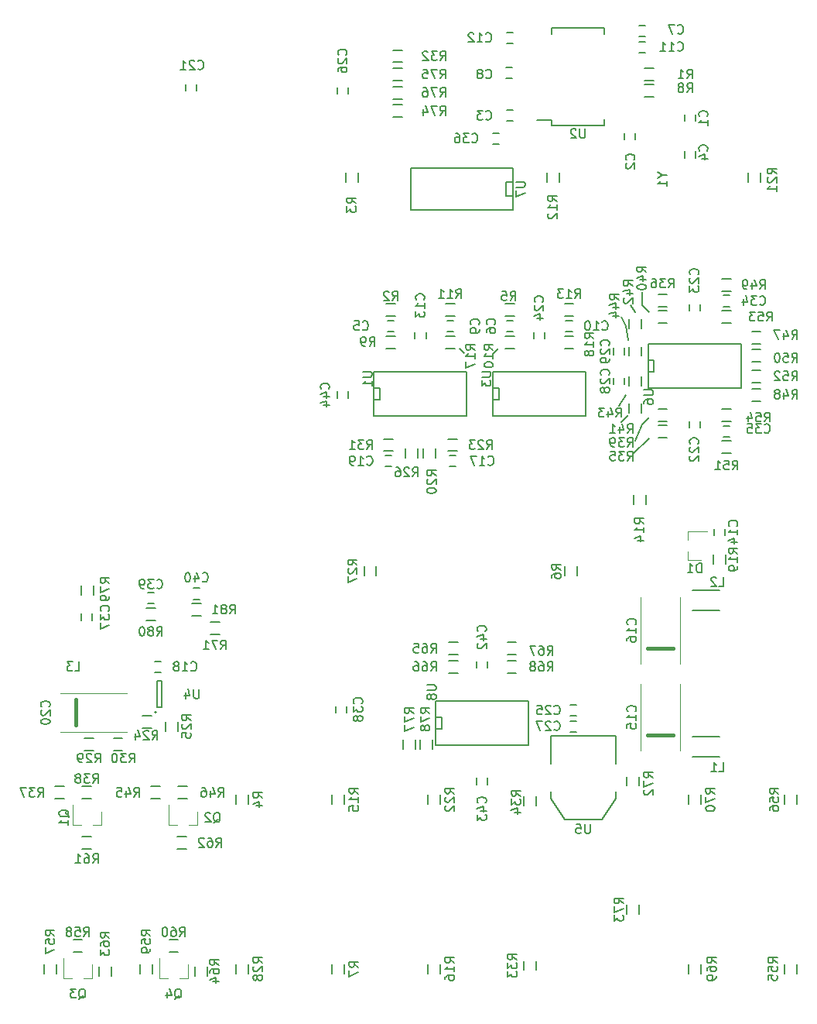
<source format=gbr>
G04 #@! TF.FileFunction,Legend,Bot*
%FSLAX46Y46*%
G04 Gerber Fmt 4.6, Leading zero omitted, Abs format (unit mm)*
G04 Created by KiCad (PCBNEW 4.0.6) date 2018 May 30, Wednesday 17:12:06*
%MOMM*%
%LPD*%
G01*
G04 APERTURE LIST*
%ADD10C,0.100000*%
%ADD11C,0.200000*%
%ADD12C,0.150000*%
%ADD13C,0.120000*%
%ADD14C,0.450000*%
G04 APERTURE END LIST*
D10*
D11*
X68500000Y-32500000D02*
X68000000Y-31750000D01*
X69250000Y-31750000D02*
X69250000Y-30250000D01*
X70000000Y-32500000D02*
X69250000Y-31750000D01*
X67500000Y-34000000D02*
X67750000Y-35500000D01*
X67000000Y-33000000D02*
X67500000Y-34000000D01*
X49750000Y-37000000D02*
X49250000Y-36500000D01*
X53000000Y-37000000D02*
X53500000Y-36500000D01*
X68250000Y-48000000D02*
X70000000Y-46250000D01*
X69250000Y-44750000D02*
X70000000Y-44000000D01*
X68500000Y-46500000D02*
X69250000Y-44750000D01*
X67000000Y-44500000D02*
X67750000Y-43750000D01*
X67500000Y-41500000D02*
X66750000Y-42750000D01*
D12*
X78850000Y-44900000D02*
X78150000Y-44900000D01*
X78150000Y-46100000D02*
X78850000Y-46100000D01*
X78850000Y-30650000D02*
X78150000Y-30650000D01*
X78150000Y-31850000D02*
X78850000Y-31850000D01*
X55250000Y-35075000D02*
X54250000Y-35075000D01*
X54250000Y-36425000D02*
X55250000Y-36425000D01*
X69500000Y-8925000D02*
X70500000Y-8925000D01*
X70500000Y-7575000D02*
X69500000Y-7575000D01*
X36675000Y-104750000D02*
X36675000Y-103750000D01*
X35325000Y-103750000D02*
X35325000Y-104750000D01*
X62175000Y-61250000D02*
X62175000Y-60250000D01*
X60825000Y-60250000D02*
X60825000Y-61250000D01*
X36825000Y-17250000D02*
X36825000Y-18250000D01*
X38175000Y-18250000D02*
X38175000Y-17250000D01*
X41250000Y-32925000D02*
X42250000Y-32925000D01*
X42250000Y-31575000D02*
X41250000Y-31575000D01*
X75100000Y-15600000D02*
X75100000Y-14900000D01*
X73900000Y-14900000D02*
X73900000Y-15600000D01*
X41400000Y-34600000D02*
X42100000Y-34600000D01*
X42100000Y-33400000D02*
X41400000Y-33400000D01*
X54400000Y-34600000D02*
X55100000Y-34600000D01*
X55100000Y-33400000D02*
X54400000Y-33400000D01*
X68900000Y-2350000D02*
X69600000Y-2350000D01*
X69600000Y-1150000D02*
X68900000Y-1150000D01*
X54350000Y-6900000D02*
X55050000Y-6900000D01*
X55050000Y-5700000D02*
X54350000Y-5700000D01*
X48600000Y-33400000D02*
X47900000Y-33400000D01*
X47900000Y-34600000D02*
X48600000Y-34600000D01*
X68900000Y-4100000D02*
X69600000Y-4100000D01*
X69600000Y-2900000D02*
X68900000Y-2900000D01*
X54400000Y-3100000D02*
X55100000Y-3100000D01*
X55100000Y-1900000D02*
X54400000Y-1900000D01*
X44400000Y-34650000D02*
X44400000Y-35350000D01*
X45600000Y-35350000D02*
X45600000Y-34650000D01*
X78350000Y-56850000D02*
X78350000Y-56150000D01*
X77150000Y-56150000D02*
X77150000Y-56850000D01*
X41150000Y-49350000D02*
X41850000Y-49350000D01*
X41850000Y-48150000D02*
X41150000Y-48150000D01*
X20500000Y-8300000D02*
X20500000Y-7600000D01*
X19300000Y-7600000D02*
X19300000Y-8300000D01*
X74400000Y-44400000D02*
X74400000Y-45100000D01*
X75600000Y-45100000D02*
X75600000Y-44400000D01*
X74400000Y-31650000D02*
X74400000Y-32350000D01*
X75600000Y-32350000D02*
X75600000Y-31650000D01*
X57400000Y-34650000D02*
X57400000Y-35350000D01*
X58600000Y-35350000D02*
X58600000Y-34650000D01*
X62100000Y-77150000D02*
X61400000Y-77150000D01*
X61400000Y-78350000D02*
X62100000Y-78350000D01*
X67350000Y-40350000D02*
X67350000Y-39650000D01*
X66150000Y-39650000D02*
X66150000Y-40350000D01*
X66150000Y-36400000D02*
X66150000Y-37100000D01*
X67350000Y-37100000D02*
X67350000Y-36400000D01*
D13*
X74240000Y-59580000D02*
X74240000Y-58650000D01*
X74240000Y-56420000D02*
X74240000Y-57350000D01*
X74240000Y-56420000D02*
X76400000Y-56420000D01*
X74240000Y-59580000D02*
X75700000Y-59580000D01*
D12*
X74750000Y-81100000D02*
X77750000Y-81100000D01*
X74750000Y-78900000D02*
X77750000Y-78900000D01*
X74750000Y-65100000D02*
X77750000Y-65100000D01*
X74750000Y-62900000D02*
X77750000Y-62900000D01*
X69500000Y-7175000D02*
X70500000Y-7175000D01*
X70500000Y-5825000D02*
X69500000Y-5825000D01*
X24825000Y-85250000D02*
X24825000Y-86250000D01*
X26175000Y-86250000D02*
X26175000Y-85250000D01*
X54250000Y-32925000D02*
X55250000Y-32925000D01*
X55250000Y-31575000D02*
X54250000Y-31575000D01*
X42250000Y-35075000D02*
X41250000Y-35075000D01*
X41250000Y-36425000D02*
X42250000Y-36425000D01*
X48750000Y-31575000D02*
X47750000Y-31575000D01*
X47750000Y-32925000D02*
X48750000Y-32925000D01*
X58825000Y-17250000D02*
X58825000Y-18250000D01*
X60175000Y-18250000D02*
X60175000Y-17250000D01*
X61750000Y-31575000D02*
X60750000Y-31575000D01*
X60750000Y-32925000D02*
X61750000Y-32925000D01*
X69675000Y-53500000D02*
X69675000Y-52500000D01*
X68325000Y-52500000D02*
X68325000Y-53500000D01*
X35325000Y-85250000D02*
X35325000Y-86250000D01*
X36675000Y-86250000D02*
X36675000Y-85250000D01*
X47175000Y-104750000D02*
X47175000Y-103750000D01*
X45825000Y-103750000D02*
X45825000Y-104750000D01*
X47750000Y-36425000D02*
X48750000Y-36425000D01*
X48750000Y-35075000D02*
X47750000Y-35075000D01*
X60750000Y-36425000D02*
X61750000Y-36425000D01*
X61750000Y-35075000D02*
X60750000Y-35075000D01*
X78425000Y-60000000D02*
X78425000Y-59000000D01*
X77075000Y-59000000D02*
X77075000Y-60000000D01*
X46675000Y-48400000D02*
X46675000Y-47400000D01*
X45325000Y-47400000D02*
X45325000Y-48400000D01*
X80825000Y-17250000D02*
X80825000Y-18250000D01*
X82175000Y-18250000D02*
X82175000Y-17250000D01*
X45825000Y-85250000D02*
X45825000Y-86250000D01*
X47175000Y-86250000D02*
X47175000Y-85250000D01*
X48000000Y-47675000D02*
X49000000Y-47675000D01*
X49000000Y-46325000D02*
X48000000Y-46325000D01*
X15600000Y-76575000D02*
X14600000Y-76575000D01*
X14600000Y-77925000D02*
X15600000Y-77925000D01*
X18425000Y-78250000D02*
X18425000Y-77250000D01*
X17075000Y-77250000D02*
X17075000Y-78250000D01*
X44675000Y-48400000D02*
X44675000Y-47400000D01*
X43325000Y-47400000D02*
X43325000Y-48400000D01*
X40175000Y-61250000D02*
X40175000Y-60250000D01*
X38825000Y-60250000D02*
X38825000Y-61250000D01*
X26175000Y-104750000D02*
X26175000Y-103750000D01*
X24825000Y-103750000D02*
X24825000Y-104750000D01*
X8250000Y-80425000D02*
X9250000Y-80425000D01*
X9250000Y-79075000D02*
X8250000Y-79075000D01*
X11400000Y-80425000D02*
X12400000Y-80425000D01*
X12400000Y-79075000D02*
X11400000Y-79075000D01*
X42000000Y-46325000D02*
X41000000Y-46325000D01*
X41000000Y-47675000D02*
X42000000Y-47675000D01*
D13*
X10080000Y-88510000D02*
X9150000Y-88510000D01*
X6920000Y-88510000D02*
X7850000Y-88510000D01*
X6920000Y-88510000D02*
X6920000Y-86350000D01*
X10080000Y-88510000D02*
X10080000Y-87050000D01*
X20580000Y-88510000D02*
X19650000Y-88510000D01*
X17420000Y-88510000D02*
X18350000Y-88510000D01*
X17420000Y-88510000D02*
X17420000Y-86350000D01*
X20580000Y-88510000D02*
X20580000Y-87050000D01*
X9080000Y-105260000D02*
X8150000Y-105260000D01*
X5920000Y-105260000D02*
X6850000Y-105260000D01*
X5920000Y-105260000D02*
X5920000Y-103100000D01*
X9080000Y-105260000D02*
X9080000Y-103800000D01*
X19580000Y-105260000D02*
X18650000Y-105260000D01*
X16420000Y-105260000D02*
X17350000Y-105260000D01*
X16420000Y-105260000D02*
X16420000Y-103100000D01*
X19580000Y-105260000D02*
X19580000Y-103800000D01*
D12*
X43000000Y-3825000D02*
X42000000Y-3825000D01*
X42000000Y-5175000D02*
X43000000Y-5175000D01*
X57675000Y-104400000D02*
X57675000Y-103400000D01*
X56325000Y-103400000D02*
X56325000Y-104400000D01*
X56325000Y-85400000D02*
X56325000Y-86400000D01*
X57675000Y-86400000D02*
X57675000Y-85400000D01*
X72000000Y-44825000D02*
X71000000Y-44825000D01*
X71000000Y-46175000D02*
X72000000Y-46175000D01*
X72000000Y-30575000D02*
X71000000Y-30575000D01*
X71000000Y-31925000D02*
X72000000Y-31925000D01*
X5000000Y-85675000D02*
X6000000Y-85675000D01*
X6000000Y-84325000D02*
X5000000Y-84325000D01*
X8000000Y-85675000D02*
X9000000Y-85675000D01*
X9000000Y-84325000D02*
X8000000Y-84325000D01*
X72000000Y-43075000D02*
X71000000Y-43075000D01*
X71000000Y-44425000D02*
X72000000Y-44425000D01*
X72000000Y-32325000D02*
X71000000Y-32325000D01*
X71000000Y-33675000D02*
X72000000Y-33675000D01*
X69175000Y-43500000D02*
X69175000Y-42500000D01*
X67825000Y-42500000D02*
X67825000Y-43500000D01*
X67825000Y-33250000D02*
X67825000Y-34250000D01*
X69175000Y-34250000D02*
X69175000Y-33250000D01*
X69175000Y-40500000D02*
X69175000Y-39500000D01*
X67825000Y-39500000D02*
X67825000Y-40500000D01*
X67825000Y-36250000D02*
X67825000Y-37250000D01*
X69175000Y-37250000D02*
X69175000Y-36250000D01*
X15500000Y-85675000D02*
X16500000Y-85675000D01*
X16500000Y-84325000D02*
X15500000Y-84325000D01*
X18500000Y-85675000D02*
X19500000Y-85675000D01*
X19500000Y-84325000D02*
X18500000Y-84325000D01*
X82250000Y-34575000D02*
X81250000Y-34575000D01*
X81250000Y-35925000D02*
X82250000Y-35925000D01*
X82250000Y-40825000D02*
X81250000Y-40825000D01*
X81250000Y-42175000D02*
X82250000Y-42175000D01*
X78000000Y-30175000D02*
X79000000Y-30175000D01*
X79000000Y-28825000D02*
X78000000Y-28825000D01*
X81250000Y-37925000D02*
X82250000Y-37925000D01*
X82250000Y-36575000D02*
X81250000Y-36575000D01*
X73900000Y-10900000D02*
X73900000Y-11600000D01*
X75100000Y-11600000D02*
X75100000Y-10900000D01*
X68500000Y-13600000D02*
X68500000Y-12900000D01*
X67300000Y-12900000D02*
X67300000Y-13600000D01*
X54400000Y-11600000D02*
X55100000Y-11600000D01*
X55100000Y-10400000D02*
X54400000Y-10400000D01*
X61600000Y-33400000D02*
X60900000Y-33400000D01*
X60900000Y-34600000D02*
X61600000Y-34600000D01*
D14*
X72650000Y-78750000D02*
X69850000Y-78750000D01*
D13*
X73400000Y-80400000D02*
X73400000Y-73100000D01*
X69100000Y-80400000D02*
X69100000Y-73100000D01*
D14*
X72650000Y-69250000D02*
X69850000Y-69250000D01*
D13*
X73400000Y-70900000D02*
X73400000Y-63600000D01*
X69100000Y-70900000D02*
X69100000Y-63600000D01*
D12*
X48850000Y-48150000D02*
X48150000Y-48150000D01*
X48150000Y-49350000D02*
X48850000Y-49350000D01*
X15900000Y-71850000D02*
X16600000Y-71850000D01*
X16600000Y-70650000D02*
X15900000Y-70650000D01*
D14*
X7250000Y-77650000D02*
X7250000Y-74850000D01*
D13*
X5600000Y-78400000D02*
X12900000Y-78400000D01*
X5600000Y-74100000D02*
X12900000Y-74100000D01*
D12*
X61400000Y-76600000D02*
X62100000Y-76600000D01*
X62100000Y-75400000D02*
X61400000Y-75400000D01*
X35900000Y-7900000D02*
X35900000Y-8600000D01*
X37100000Y-8600000D02*
X37100000Y-7900000D01*
X78000000Y-47925000D02*
X79000000Y-47925000D01*
X79000000Y-46575000D02*
X78000000Y-46575000D01*
X81250000Y-40175000D02*
X82250000Y-40175000D01*
X82250000Y-38825000D02*
X81250000Y-38825000D01*
X79000000Y-32325000D02*
X78000000Y-32325000D01*
X78000000Y-33675000D02*
X79000000Y-33675000D01*
X79000000Y-43075000D02*
X78000000Y-43075000D01*
X78000000Y-44425000D02*
X79000000Y-44425000D01*
X86175000Y-104750000D02*
X86175000Y-103750000D01*
X84825000Y-103750000D02*
X84825000Y-104750000D01*
X84825000Y-85250000D02*
X84825000Y-86250000D01*
X86175000Y-86250000D02*
X86175000Y-85250000D01*
X5175000Y-104750000D02*
X5175000Y-103750000D01*
X3825000Y-103750000D02*
X3825000Y-104750000D01*
X7000000Y-102425000D02*
X8000000Y-102425000D01*
X8000000Y-101075000D02*
X7000000Y-101075000D01*
X15675000Y-104750000D02*
X15675000Y-103750000D01*
X14325000Y-103750000D02*
X14325000Y-104750000D01*
X17500000Y-102425000D02*
X18500000Y-102425000D01*
X18500000Y-101075000D02*
X17500000Y-101075000D01*
X9000000Y-89825000D02*
X8000000Y-89825000D01*
X8000000Y-91175000D02*
X9000000Y-91175000D01*
X19350000Y-89825000D02*
X18350000Y-89825000D01*
X18350000Y-91175000D02*
X19350000Y-91175000D01*
X9825000Y-104000000D02*
X9825000Y-105000000D01*
X11175000Y-105000000D02*
X11175000Y-104000000D01*
X20325000Y-104000000D02*
X20325000Y-105000000D01*
X21675000Y-105000000D02*
X21675000Y-104000000D01*
X50080000Y-43786000D02*
X50080000Y-38960000D01*
X50080000Y-38960000D02*
X39920000Y-38960000D01*
X39920000Y-38960000D02*
X39920000Y-43786000D01*
X39920000Y-43786000D02*
X50080000Y-43786000D01*
X39920000Y-42008000D02*
X40555000Y-42008000D01*
X40555000Y-42008000D02*
X40555000Y-40738000D01*
X40555000Y-40738000D02*
X39920000Y-40738000D01*
X59375000Y-12075000D02*
X59375000Y-11500000D01*
X65125000Y-12075000D02*
X65125000Y-11425000D01*
X65125000Y-1425000D02*
X65125000Y-2075000D01*
X59375000Y-1425000D02*
X59375000Y-2075000D01*
X59375000Y-12075000D02*
X65125000Y-12075000D01*
X59375000Y-1425000D02*
X65125000Y-1425000D01*
X59375000Y-11500000D02*
X57775000Y-11500000D01*
X63080000Y-43786000D02*
X63080000Y-38960000D01*
X63080000Y-38960000D02*
X52920000Y-38960000D01*
X52920000Y-38960000D02*
X52920000Y-43786000D01*
X52920000Y-43786000D02*
X63080000Y-43786000D01*
X52920000Y-42008000D02*
X53555000Y-42008000D01*
X53555000Y-42008000D02*
X53555000Y-40738000D01*
X53555000Y-40738000D02*
X52920000Y-40738000D01*
X16100000Y-76200000D02*
G75*
G03X16100000Y-76200000I-100000J0D01*
G01*
X16650000Y-75700000D02*
X16150000Y-75700000D01*
X16650000Y-72800000D02*
X16650000Y-75700000D01*
X16150000Y-72800000D02*
X16650000Y-72800000D01*
X16150000Y-75700000D02*
X16150000Y-72800000D01*
X80080000Y-40786000D02*
X80080000Y-35960000D01*
X80080000Y-35960000D02*
X69920000Y-35960000D01*
X69920000Y-35960000D02*
X69920000Y-40786000D01*
X69920000Y-40786000D02*
X80080000Y-40786000D01*
X69920000Y-39008000D02*
X70555000Y-39008000D01*
X70555000Y-39008000D02*
X70555000Y-37738000D01*
X70555000Y-37738000D02*
X69920000Y-37738000D01*
X55088000Y-18238000D02*
X54326000Y-18238000D01*
X54326000Y-18238000D02*
X54326000Y-19762000D01*
X54326000Y-19762000D02*
X55088000Y-19762000D01*
X43912000Y-16714000D02*
X43912000Y-21286000D01*
X43912000Y-21286000D02*
X55088000Y-21286000D01*
X55088000Y-21286000D02*
X55088000Y-16714000D01*
X55088000Y-16714000D02*
X43912000Y-16714000D01*
X52350000Y-71350000D02*
X52350000Y-70650000D01*
X51150000Y-70650000D02*
X51150000Y-71350000D01*
X52350000Y-84100000D02*
X52350000Y-83400000D01*
X51150000Y-83400000D02*
X51150000Y-84100000D01*
X49100000Y-68575000D02*
X48100000Y-68575000D01*
X48100000Y-69925000D02*
X49100000Y-69925000D01*
X49100000Y-70575000D02*
X48100000Y-70575000D01*
X48100000Y-71925000D02*
X49100000Y-71925000D01*
X54500000Y-69925000D02*
X55500000Y-69925000D01*
X55500000Y-68575000D02*
X54500000Y-68575000D01*
X54500000Y-71925000D02*
X55500000Y-71925000D01*
X55500000Y-70575000D02*
X54500000Y-70575000D01*
X74325000Y-103750000D02*
X74325000Y-104750000D01*
X75675000Y-104750000D02*
X75675000Y-103750000D01*
X75675000Y-86250000D02*
X75675000Y-85250000D01*
X74325000Y-85250000D02*
X74325000Y-86250000D01*
X56830000Y-79786000D02*
X56830000Y-74960000D01*
X56830000Y-74960000D02*
X46670000Y-74960000D01*
X46670000Y-74960000D02*
X46670000Y-79786000D01*
X46670000Y-79786000D02*
X56830000Y-79786000D01*
X46670000Y-78008000D02*
X47305000Y-78008000D01*
X47305000Y-78008000D02*
X47305000Y-76738000D01*
X47305000Y-76738000D02*
X46670000Y-76738000D01*
X23000000Y-66325000D02*
X22000000Y-66325000D01*
X22000000Y-67675000D02*
X23000000Y-67675000D01*
X68925000Y-84250000D02*
X68925000Y-83250000D01*
X67575000Y-83250000D02*
X67575000Y-84250000D01*
X68925000Y-98250000D02*
X68925000Y-97250000D01*
X67575000Y-97250000D02*
X67575000Y-98250000D01*
X59255900Y-81823000D02*
X59255900Y-78775000D01*
X59255900Y-78775000D02*
X66367900Y-78775000D01*
X66367900Y-78775000D02*
X66367900Y-81823000D01*
X59255900Y-84871000D02*
X59255900Y-85633000D01*
X59255900Y-85633000D02*
X60779900Y-87919000D01*
X60779900Y-87919000D02*
X64843900Y-87919000D01*
X64843900Y-87919000D02*
X66367900Y-85633000D01*
X66367900Y-85633000D02*
X66367900Y-84871000D01*
X35900000Y-41150000D02*
X35900000Y-41850000D01*
X37100000Y-41850000D02*
X37100000Y-41150000D01*
X42000000Y-11175000D02*
X43000000Y-11175000D01*
X43000000Y-9825000D02*
X42000000Y-9825000D01*
X42000000Y-7175000D02*
X43000000Y-7175000D01*
X43000000Y-5825000D02*
X42000000Y-5825000D01*
X42000000Y-9175000D02*
X43000000Y-9175000D01*
X43000000Y-7825000D02*
X42000000Y-7825000D01*
X36900000Y-76250000D02*
X36900000Y-75550000D01*
X35700000Y-75550000D02*
X35700000Y-76250000D01*
X52900000Y-14100000D02*
X53600000Y-14100000D01*
X53600000Y-12900000D02*
X52900000Y-12900000D01*
X43125000Y-79250000D02*
X43125000Y-80250000D01*
X44475000Y-80250000D02*
X44475000Y-79250000D01*
X46275000Y-80250000D02*
X46275000Y-79250000D01*
X44925000Y-79250000D02*
X44925000Y-80250000D01*
X9100000Y-66150000D02*
X9100000Y-65450000D01*
X7900000Y-65450000D02*
X7900000Y-66150000D01*
X15150000Y-64350000D02*
X15850000Y-64350000D01*
X15850000Y-63150000D02*
X15150000Y-63150000D01*
X20150000Y-63850000D02*
X20850000Y-63850000D01*
X20850000Y-62650000D02*
X20150000Y-62650000D01*
X9225000Y-63350000D02*
X9225000Y-62350000D01*
X7875000Y-62350000D02*
X7875000Y-63350000D01*
X16000000Y-64825000D02*
X15000000Y-64825000D01*
X15000000Y-66175000D02*
X16000000Y-66175000D01*
X21000000Y-64325000D02*
X20000000Y-64325000D01*
X20000000Y-65675000D02*
X21000000Y-65675000D01*
X82642857Y-45607143D02*
X82690476Y-45654762D01*
X82833333Y-45702381D01*
X82928571Y-45702381D01*
X83071429Y-45654762D01*
X83166667Y-45559524D01*
X83214286Y-45464286D01*
X83261905Y-45273810D01*
X83261905Y-45130952D01*
X83214286Y-44940476D01*
X83166667Y-44845238D01*
X83071429Y-44750000D01*
X82928571Y-44702381D01*
X82833333Y-44702381D01*
X82690476Y-44750000D01*
X82642857Y-44797619D01*
X82309524Y-44702381D02*
X81690476Y-44702381D01*
X82023810Y-45083333D01*
X81880952Y-45083333D01*
X81785714Y-45130952D01*
X81738095Y-45178571D01*
X81690476Y-45273810D01*
X81690476Y-45511905D01*
X81738095Y-45607143D01*
X81785714Y-45654762D01*
X81880952Y-45702381D01*
X82166667Y-45702381D01*
X82261905Y-45654762D01*
X82309524Y-45607143D01*
X80785714Y-44702381D02*
X81261905Y-44702381D01*
X81309524Y-45178571D01*
X81261905Y-45130952D01*
X81166667Y-45083333D01*
X80928571Y-45083333D01*
X80833333Y-45130952D01*
X80785714Y-45178571D01*
X80738095Y-45273810D01*
X80738095Y-45511905D01*
X80785714Y-45607143D01*
X80833333Y-45654762D01*
X80928571Y-45702381D01*
X81166667Y-45702381D01*
X81261905Y-45654762D01*
X81309524Y-45607143D01*
X82142857Y-31607143D02*
X82190476Y-31654762D01*
X82333333Y-31702381D01*
X82428571Y-31702381D01*
X82571429Y-31654762D01*
X82666667Y-31559524D01*
X82714286Y-31464286D01*
X82761905Y-31273810D01*
X82761905Y-31130952D01*
X82714286Y-30940476D01*
X82666667Y-30845238D01*
X82571429Y-30750000D01*
X82428571Y-30702381D01*
X82333333Y-30702381D01*
X82190476Y-30750000D01*
X82142857Y-30797619D01*
X81809524Y-30702381D02*
X81190476Y-30702381D01*
X81523810Y-31083333D01*
X81380952Y-31083333D01*
X81285714Y-31130952D01*
X81238095Y-31178571D01*
X81190476Y-31273810D01*
X81190476Y-31511905D01*
X81238095Y-31607143D01*
X81285714Y-31654762D01*
X81380952Y-31702381D01*
X81666667Y-31702381D01*
X81761905Y-31654762D01*
X81809524Y-31607143D01*
X80333333Y-31035714D02*
X80333333Y-31702381D01*
X80571429Y-30654762D02*
X80809524Y-31369048D01*
X80190476Y-31369048D01*
X52952381Y-36607143D02*
X52476190Y-36273809D01*
X52952381Y-36035714D02*
X51952381Y-36035714D01*
X51952381Y-36416667D01*
X52000000Y-36511905D01*
X52047619Y-36559524D01*
X52142857Y-36607143D01*
X52285714Y-36607143D01*
X52380952Y-36559524D01*
X52428571Y-36511905D01*
X52476190Y-36416667D01*
X52476190Y-36035714D01*
X52952381Y-37559524D02*
X52952381Y-36988095D01*
X52952381Y-37273809D02*
X51952381Y-37273809D01*
X52095238Y-37178571D01*
X52190476Y-37083333D01*
X52238095Y-36988095D01*
X51952381Y-38178571D02*
X51952381Y-38273810D01*
X52000000Y-38369048D01*
X52047619Y-38416667D01*
X52142857Y-38464286D01*
X52333333Y-38511905D01*
X52571429Y-38511905D01*
X52761905Y-38464286D01*
X52857143Y-38416667D01*
X52904762Y-38369048D01*
X52952381Y-38273810D01*
X52952381Y-38178571D01*
X52904762Y-38083333D01*
X52857143Y-38035714D01*
X52761905Y-37988095D01*
X52571429Y-37940476D01*
X52333333Y-37940476D01*
X52142857Y-37988095D01*
X52047619Y-38035714D01*
X52000000Y-38083333D01*
X51952381Y-38178571D01*
X74166666Y-8452381D02*
X74500000Y-7976190D01*
X74738095Y-8452381D02*
X74738095Y-7452381D01*
X74357142Y-7452381D01*
X74261904Y-7500000D01*
X74214285Y-7547619D01*
X74166666Y-7642857D01*
X74166666Y-7785714D01*
X74214285Y-7880952D01*
X74261904Y-7928571D01*
X74357142Y-7976190D01*
X74738095Y-7976190D01*
X73595238Y-7880952D02*
X73690476Y-7833333D01*
X73738095Y-7785714D01*
X73785714Y-7690476D01*
X73785714Y-7642857D01*
X73738095Y-7547619D01*
X73690476Y-7500000D01*
X73595238Y-7452381D01*
X73404761Y-7452381D01*
X73309523Y-7500000D01*
X73261904Y-7547619D01*
X73214285Y-7642857D01*
X73214285Y-7690476D01*
X73261904Y-7785714D01*
X73309523Y-7833333D01*
X73404761Y-7880952D01*
X73595238Y-7880952D01*
X73690476Y-7928571D01*
X73738095Y-7976190D01*
X73785714Y-8071429D01*
X73785714Y-8261905D01*
X73738095Y-8357143D01*
X73690476Y-8404762D01*
X73595238Y-8452381D01*
X73404761Y-8452381D01*
X73309523Y-8404762D01*
X73261904Y-8357143D01*
X73214285Y-8261905D01*
X73214285Y-8071429D01*
X73261904Y-7976190D01*
X73309523Y-7928571D01*
X73404761Y-7880952D01*
X38202381Y-104083334D02*
X37726190Y-103750000D01*
X38202381Y-103511905D02*
X37202381Y-103511905D01*
X37202381Y-103892858D01*
X37250000Y-103988096D01*
X37297619Y-104035715D01*
X37392857Y-104083334D01*
X37535714Y-104083334D01*
X37630952Y-104035715D01*
X37678571Y-103988096D01*
X37726190Y-103892858D01*
X37726190Y-103511905D01*
X37202381Y-104416667D02*
X37202381Y-105083334D01*
X38202381Y-104654762D01*
X60352381Y-60633334D02*
X59876190Y-60300000D01*
X60352381Y-60061905D02*
X59352381Y-60061905D01*
X59352381Y-60442858D01*
X59400000Y-60538096D01*
X59447619Y-60585715D01*
X59542857Y-60633334D01*
X59685714Y-60633334D01*
X59780952Y-60585715D01*
X59828571Y-60538096D01*
X59876190Y-60442858D01*
X59876190Y-60061905D01*
X59352381Y-61490477D02*
X59352381Y-61300000D01*
X59400000Y-61204762D01*
X59447619Y-61157143D01*
X59590476Y-61061905D01*
X59780952Y-61014286D01*
X60161905Y-61014286D01*
X60257143Y-61061905D01*
X60304762Y-61109524D01*
X60352381Y-61204762D01*
X60352381Y-61395239D01*
X60304762Y-61490477D01*
X60257143Y-61538096D01*
X60161905Y-61585715D01*
X59923810Y-61585715D01*
X59828571Y-61538096D01*
X59780952Y-61490477D01*
X59733333Y-61395239D01*
X59733333Y-61204762D01*
X59780952Y-61109524D01*
X59828571Y-61061905D01*
X59923810Y-61014286D01*
X37952381Y-20583334D02*
X37476190Y-20250000D01*
X37952381Y-20011905D02*
X36952381Y-20011905D01*
X36952381Y-20392858D01*
X37000000Y-20488096D01*
X37047619Y-20535715D01*
X37142857Y-20583334D01*
X37285714Y-20583334D01*
X37380952Y-20535715D01*
X37428571Y-20488096D01*
X37476190Y-20392858D01*
X37476190Y-20011905D01*
X36952381Y-20916667D02*
X36952381Y-21535715D01*
X37333333Y-21202381D01*
X37333333Y-21345239D01*
X37380952Y-21440477D01*
X37428571Y-21488096D01*
X37523810Y-21535715D01*
X37761905Y-21535715D01*
X37857143Y-21488096D01*
X37904762Y-21440477D01*
X37952381Y-21345239D01*
X37952381Y-21059524D01*
X37904762Y-20964286D01*
X37857143Y-20916667D01*
X41916666Y-31202381D02*
X42250000Y-30726190D01*
X42488095Y-31202381D02*
X42488095Y-30202381D01*
X42107142Y-30202381D01*
X42011904Y-30250000D01*
X41964285Y-30297619D01*
X41916666Y-30392857D01*
X41916666Y-30535714D01*
X41964285Y-30630952D01*
X42011904Y-30678571D01*
X42107142Y-30726190D01*
X42488095Y-30726190D01*
X41535714Y-30297619D02*
X41488095Y-30250000D01*
X41392857Y-30202381D01*
X41154761Y-30202381D01*
X41059523Y-30250000D01*
X41011904Y-30297619D01*
X40964285Y-30392857D01*
X40964285Y-30488095D01*
X41011904Y-30630952D01*
X41583333Y-31202381D01*
X40964285Y-31202381D01*
X76357143Y-14833334D02*
X76404762Y-14785715D01*
X76452381Y-14642858D01*
X76452381Y-14547620D01*
X76404762Y-14404762D01*
X76309524Y-14309524D01*
X76214286Y-14261905D01*
X76023810Y-14214286D01*
X75880952Y-14214286D01*
X75690476Y-14261905D01*
X75595238Y-14309524D01*
X75500000Y-14404762D01*
X75452381Y-14547620D01*
X75452381Y-14642858D01*
X75500000Y-14785715D01*
X75547619Y-14833334D01*
X75785714Y-15690477D02*
X76452381Y-15690477D01*
X75404762Y-15452381D02*
X76119048Y-15214286D01*
X76119048Y-15833334D01*
X38666666Y-34357143D02*
X38714285Y-34404762D01*
X38857142Y-34452381D01*
X38952380Y-34452381D01*
X39095238Y-34404762D01*
X39190476Y-34309524D01*
X39238095Y-34214286D01*
X39285714Y-34023810D01*
X39285714Y-33880952D01*
X39238095Y-33690476D01*
X39190476Y-33595238D01*
X39095238Y-33500000D01*
X38952380Y-33452381D01*
X38857142Y-33452381D01*
X38714285Y-33500000D01*
X38666666Y-33547619D01*
X37761904Y-33452381D02*
X38238095Y-33452381D01*
X38285714Y-33928571D01*
X38238095Y-33880952D01*
X38142857Y-33833333D01*
X37904761Y-33833333D01*
X37809523Y-33880952D01*
X37761904Y-33928571D01*
X37714285Y-34023810D01*
X37714285Y-34261905D01*
X37761904Y-34357143D01*
X37809523Y-34404762D01*
X37904761Y-34452381D01*
X38142857Y-34452381D01*
X38238095Y-34404762D01*
X38285714Y-34357143D01*
X53107143Y-33833334D02*
X53154762Y-33785715D01*
X53202381Y-33642858D01*
X53202381Y-33547620D01*
X53154762Y-33404762D01*
X53059524Y-33309524D01*
X52964286Y-33261905D01*
X52773810Y-33214286D01*
X52630952Y-33214286D01*
X52440476Y-33261905D01*
X52345238Y-33309524D01*
X52250000Y-33404762D01*
X52202381Y-33547620D01*
X52202381Y-33642858D01*
X52250000Y-33785715D01*
X52297619Y-33833334D01*
X52202381Y-34690477D02*
X52202381Y-34500000D01*
X52250000Y-34404762D01*
X52297619Y-34357143D01*
X52440476Y-34261905D01*
X52630952Y-34214286D01*
X53011905Y-34214286D01*
X53107143Y-34261905D01*
X53154762Y-34309524D01*
X53202381Y-34404762D01*
X53202381Y-34595239D01*
X53154762Y-34690477D01*
X53107143Y-34738096D01*
X53011905Y-34785715D01*
X52773810Y-34785715D01*
X52678571Y-34738096D01*
X52630952Y-34690477D01*
X52583333Y-34595239D01*
X52583333Y-34404762D01*
X52630952Y-34309524D01*
X52678571Y-34261905D01*
X52773810Y-34214286D01*
X73166666Y-1965722D02*
X73214285Y-2013341D01*
X73357142Y-2060960D01*
X73452380Y-2060960D01*
X73595238Y-2013341D01*
X73690476Y-1918103D01*
X73738095Y-1822865D01*
X73785714Y-1632389D01*
X73785714Y-1489531D01*
X73738095Y-1299055D01*
X73690476Y-1203817D01*
X73595238Y-1108579D01*
X73452380Y-1060960D01*
X73357142Y-1060960D01*
X73214285Y-1108579D01*
X73166666Y-1156198D01*
X72833333Y-1060960D02*
X72166666Y-1060960D01*
X72595238Y-2060960D01*
X52166666Y-6857143D02*
X52214285Y-6904762D01*
X52357142Y-6952381D01*
X52452380Y-6952381D01*
X52595238Y-6904762D01*
X52690476Y-6809524D01*
X52738095Y-6714286D01*
X52785714Y-6523810D01*
X52785714Y-6380952D01*
X52738095Y-6190476D01*
X52690476Y-6095238D01*
X52595238Y-6000000D01*
X52452380Y-5952381D01*
X52357142Y-5952381D01*
X52214285Y-6000000D01*
X52166666Y-6047619D01*
X51595238Y-6380952D02*
X51690476Y-6333333D01*
X51738095Y-6285714D01*
X51785714Y-6190476D01*
X51785714Y-6142857D01*
X51738095Y-6047619D01*
X51690476Y-6000000D01*
X51595238Y-5952381D01*
X51404761Y-5952381D01*
X51309523Y-6000000D01*
X51261904Y-6047619D01*
X51214285Y-6142857D01*
X51214285Y-6190476D01*
X51261904Y-6285714D01*
X51309523Y-6333333D01*
X51404761Y-6380952D01*
X51595238Y-6380952D01*
X51690476Y-6428571D01*
X51738095Y-6476190D01*
X51785714Y-6571429D01*
X51785714Y-6761905D01*
X51738095Y-6857143D01*
X51690476Y-6904762D01*
X51595238Y-6952381D01*
X51404761Y-6952381D01*
X51309523Y-6904762D01*
X51261904Y-6857143D01*
X51214285Y-6761905D01*
X51214285Y-6571429D01*
X51261904Y-6476190D01*
X51309523Y-6428571D01*
X51404761Y-6380952D01*
X51357143Y-33833334D02*
X51404762Y-33785715D01*
X51452381Y-33642858D01*
X51452381Y-33547620D01*
X51404762Y-33404762D01*
X51309524Y-33309524D01*
X51214286Y-33261905D01*
X51023810Y-33214286D01*
X50880952Y-33214286D01*
X50690476Y-33261905D01*
X50595238Y-33309524D01*
X50500000Y-33404762D01*
X50452381Y-33547620D01*
X50452381Y-33642858D01*
X50500000Y-33785715D01*
X50547619Y-33833334D01*
X51452381Y-34309524D02*
X51452381Y-34500000D01*
X51404762Y-34595239D01*
X51357143Y-34642858D01*
X51214286Y-34738096D01*
X51023810Y-34785715D01*
X50642857Y-34785715D01*
X50547619Y-34738096D01*
X50500000Y-34690477D01*
X50452381Y-34595239D01*
X50452381Y-34404762D01*
X50500000Y-34309524D01*
X50547619Y-34261905D01*
X50642857Y-34214286D01*
X50880952Y-34214286D01*
X50976190Y-34261905D01*
X51023810Y-34309524D01*
X51071429Y-34404762D01*
X51071429Y-34595239D01*
X51023810Y-34690477D01*
X50976190Y-34738096D01*
X50880952Y-34785715D01*
X73142857Y-3857143D02*
X73190476Y-3904762D01*
X73333333Y-3952381D01*
X73428571Y-3952381D01*
X73571429Y-3904762D01*
X73666667Y-3809524D01*
X73714286Y-3714286D01*
X73761905Y-3523810D01*
X73761905Y-3380952D01*
X73714286Y-3190476D01*
X73666667Y-3095238D01*
X73571429Y-3000000D01*
X73428571Y-2952381D01*
X73333333Y-2952381D01*
X73190476Y-3000000D01*
X73142857Y-3047619D01*
X72190476Y-3952381D02*
X72761905Y-3952381D01*
X72476191Y-3952381D02*
X72476191Y-2952381D01*
X72571429Y-3095238D01*
X72666667Y-3190476D01*
X72761905Y-3238095D01*
X71238095Y-3952381D02*
X71809524Y-3952381D01*
X71523810Y-3952381D02*
X71523810Y-2952381D01*
X71619048Y-3095238D01*
X71714286Y-3190476D01*
X71809524Y-3238095D01*
X52142857Y-2857143D02*
X52190476Y-2904762D01*
X52333333Y-2952381D01*
X52428571Y-2952381D01*
X52571429Y-2904762D01*
X52666667Y-2809524D01*
X52714286Y-2714286D01*
X52761905Y-2523810D01*
X52761905Y-2380952D01*
X52714286Y-2190476D01*
X52666667Y-2095238D01*
X52571429Y-2000000D01*
X52428571Y-1952381D01*
X52333333Y-1952381D01*
X52190476Y-2000000D01*
X52142857Y-2047619D01*
X51190476Y-2952381D02*
X51761905Y-2952381D01*
X51476191Y-2952381D02*
X51476191Y-1952381D01*
X51571429Y-2095238D01*
X51666667Y-2190476D01*
X51761905Y-2238095D01*
X50809524Y-2047619D02*
X50761905Y-2000000D01*
X50666667Y-1952381D01*
X50428571Y-1952381D01*
X50333333Y-2000000D01*
X50285714Y-2047619D01*
X50238095Y-2142857D01*
X50238095Y-2238095D01*
X50285714Y-2380952D01*
X50857143Y-2952381D01*
X50238095Y-2952381D01*
X45357143Y-31107143D02*
X45404762Y-31059524D01*
X45452381Y-30916667D01*
X45452381Y-30821429D01*
X45404762Y-30678571D01*
X45309524Y-30583333D01*
X45214286Y-30535714D01*
X45023810Y-30488095D01*
X44880952Y-30488095D01*
X44690476Y-30535714D01*
X44595238Y-30583333D01*
X44500000Y-30678571D01*
X44452381Y-30821429D01*
X44452381Y-30916667D01*
X44500000Y-31059524D01*
X44547619Y-31107143D01*
X45452381Y-32059524D02*
X45452381Y-31488095D01*
X45452381Y-31773809D02*
X44452381Y-31773809D01*
X44595238Y-31678571D01*
X44690476Y-31583333D01*
X44738095Y-31488095D01*
X44452381Y-32392857D02*
X44452381Y-33011905D01*
X44833333Y-32678571D01*
X44833333Y-32821429D01*
X44880952Y-32916667D01*
X44928571Y-32964286D01*
X45023810Y-33011905D01*
X45261905Y-33011905D01*
X45357143Y-32964286D01*
X45404762Y-32916667D01*
X45452381Y-32821429D01*
X45452381Y-32535714D01*
X45404762Y-32440476D01*
X45357143Y-32392857D01*
X79607143Y-55857143D02*
X79654762Y-55809524D01*
X79702381Y-55666667D01*
X79702381Y-55571429D01*
X79654762Y-55428571D01*
X79559524Y-55333333D01*
X79464286Y-55285714D01*
X79273810Y-55238095D01*
X79130952Y-55238095D01*
X78940476Y-55285714D01*
X78845238Y-55333333D01*
X78750000Y-55428571D01*
X78702381Y-55571429D01*
X78702381Y-55666667D01*
X78750000Y-55809524D01*
X78797619Y-55857143D01*
X79702381Y-56809524D02*
X79702381Y-56238095D01*
X79702381Y-56523809D02*
X78702381Y-56523809D01*
X78845238Y-56428571D01*
X78940476Y-56333333D01*
X78988095Y-56238095D01*
X79035714Y-57666667D02*
X79702381Y-57666667D01*
X78654762Y-57428571D02*
X79369048Y-57190476D01*
X79369048Y-57809524D01*
X39142857Y-49107143D02*
X39190476Y-49154762D01*
X39333333Y-49202381D01*
X39428571Y-49202381D01*
X39571429Y-49154762D01*
X39666667Y-49059524D01*
X39714286Y-48964286D01*
X39761905Y-48773810D01*
X39761905Y-48630952D01*
X39714286Y-48440476D01*
X39666667Y-48345238D01*
X39571429Y-48250000D01*
X39428571Y-48202381D01*
X39333333Y-48202381D01*
X39190476Y-48250000D01*
X39142857Y-48297619D01*
X38190476Y-49202381D02*
X38761905Y-49202381D01*
X38476191Y-49202381D02*
X38476191Y-48202381D01*
X38571429Y-48345238D01*
X38666667Y-48440476D01*
X38761905Y-48488095D01*
X37714286Y-49202381D02*
X37523810Y-49202381D01*
X37428571Y-49154762D01*
X37380952Y-49107143D01*
X37285714Y-48964286D01*
X37238095Y-48773810D01*
X37238095Y-48392857D01*
X37285714Y-48297619D01*
X37333333Y-48250000D01*
X37428571Y-48202381D01*
X37619048Y-48202381D01*
X37714286Y-48250000D01*
X37761905Y-48297619D01*
X37809524Y-48392857D01*
X37809524Y-48630952D01*
X37761905Y-48726190D01*
X37714286Y-48773810D01*
X37619048Y-48821429D01*
X37428571Y-48821429D01*
X37333333Y-48773810D01*
X37285714Y-48726190D01*
X37238095Y-48630952D01*
X20642857Y-5857143D02*
X20690476Y-5904762D01*
X20833333Y-5952381D01*
X20928571Y-5952381D01*
X21071429Y-5904762D01*
X21166667Y-5809524D01*
X21214286Y-5714286D01*
X21261905Y-5523810D01*
X21261905Y-5380952D01*
X21214286Y-5190476D01*
X21166667Y-5095238D01*
X21071429Y-5000000D01*
X20928571Y-4952381D01*
X20833333Y-4952381D01*
X20690476Y-5000000D01*
X20642857Y-5047619D01*
X20261905Y-5047619D02*
X20214286Y-5000000D01*
X20119048Y-4952381D01*
X19880952Y-4952381D01*
X19785714Y-5000000D01*
X19738095Y-5047619D01*
X19690476Y-5142857D01*
X19690476Y-5238095D01*
X19738095Y-5380952D01*
X20309524Y-5952381D01*
X19690476Y-5952381D01*
X18738095Y-5952381D02*
X19309524Y-5952381D01*
X19023810Y-5952381D02*
X19023810Y-4952381D01*
X19119048Y-5095238D01*
X19214286Y-5190476D01*
X19309524Y-5238095D01*
X75357143Y-46857143D02*
X75404762Y-46809524D01*
X75452381Y-46666667D01*
X75452381Y-46571429D01*
X75404762Y-46428571D01*
X75309524Y-46333333D01*
X75214286Y-46285714D01*
X75023810Y-46238095D01*
X74880952Y-46238095D01*
X74690476Y-46285714D01*
X74595238Y-46333333D01*
X74500000Y-46428571D01*
X74452381Y-46571429D01*
X74452381Y-46666667D01*
X74500000Y-46809524D01*
X74547619Y-46857143D01*
X74547619Y-47238095D02*
X74500000Y-47285714D01*
X74452381Y-47380952D01*
X74452381Y-47619048D01*
X74500000Y-47714286D01*
X74547619Y-47761905D01*
X74642857Y-47809524D01*
X74738095Y-47809524D01*
X74880952Y-47761905D01*
X75452381Y-47190476D01*
X75452381Y-47809524D01*
X74547619Y-48190476D02*
X74500000Y-48238095D01*
X74452381Y-48333333D01*
X74452381Y-48571429D01*
X74500000Y-48666667D01*
X74547619Y-48714286D01*
X74642857Y-48761905D01*
X74738095Y-48761905D01*
X74880952Y-48714286D01*
X75452381Y-48142857D01*
X75452381Y-48761905D01*
X75357143Y-28357143D02*
X75404762Y-28309524D01*
X75452381Y-28166667D01*
X75452381Y-28071429D01*
X75404762Y-27928571D01*
X75309524Y-27833333D01*
X75214286Y-27785714D01*
X75023810Y-27738095D01*
X74880952Y-27738095D01*
X74690476Y-27785714D01*
X74595238Y-27833333D01*
X74500000Y-27928571D01*
X74452381Y-28071429D01*
X74452381Y-28166667D01*
X74500000Y-28309524D01*
X74547619Y-28357143D01*
X74547619Y-28738095D02*
X74500000Y-28785714D01*
X74452381Y-28880952D01*
X74452381Y-29119048D01*
X74500000Y-29214286D01*
X74547619Y-29261905D01*
X74642857Y-29309524D01*
X74738095Y-29309524D01*
X74880952Y-29261905D01*
X75452381Y-28690476D01*
X75452381Y-29309524D01*
X74452381Y-29642857D02*
X74452381Y-30261905D01*
X74833333Y-29928571D01*
X74833333Y-30071429D01*
X74880952Y-30166667D01*
X74928571Y-30214286D01*
X75023810Y-30261905D01*
X75261905Y-30261905D01*
X75357143Y-30214286D01*
X75404762Y-30166667D01*
X75452381Y-30071429D01*
X75452381Y-29785714D01*
X75404762Y-29690476D01*
X75357143Y-29642857D01*
X58357143Y-31357143D02*
X58404762Y-31309524D01*
X58452381Y-31166667D01*
X58452381Y-31071429D01*
X58404762Y-30928571D01*
X58309524Y-30833333D01*
X58214286Y-30785714D01*
X58023810Y-30738095D01*
X57880952Y-30738095D01*
X57690476Y-30785714D01*
X57595238Y-30833333D01*
X57500000Y-30928571D01*
X57452381Y-31071429D01*
X57452381Y-31166667D01*
X57500000Y-31309524D01*
X57547619Y-31357143D01*
X57547619Y-31738095D02*
X57500000Y-31785714D01*
X57452381Y-31880952D01*
X57452381Y-32119048D01*
X57500000Y-32214286D01*
X57547619Y-32261905D01*
X57642857Y-32309524D01*
X57738095Y-32309524D01*
X57880952Y-32261905D01*
X58452381Y-31690476D01*
X58452381Y-32309524D01*
X57785714Y-33166667D02*
X58452381Y-33166667D01*
X57404762Y-32928571D02*
X58119048Y-32690476D01*
X58119048Y-33309524D01*
X59642857Y-78107143D02*
X59690476Y-78154762D01*
X59833333Y-78202381D01*
X59928571Y-78202381D01*
X60071429Y-78154762D01*
X60166667Y-78059524D01*
X60214286Y-77964286D01*
X60261905Y-77773810D01*
X60261905Y-77630952D01*
X60214286Y-77440476D01*
X60166667Y-77345238D01*
X60071429Y-77250000D01*
X59928571Y-77202381D01*
X59833333Y-77202381D01*
X59690476Y-77250000D01*
X59642857Y-77297619D01*
X59261905Y-77297619D02*
X59214286Y-77250000D01*
X59119048Y-77202381D01*
X58880952Y-77202381D01*
X58785714Y-77250000D01*
X58738095Y-77297619D01*
X58690476Y-77392857D01*
X58690476Y-77488095D01*
X58738095Y-77630952D01*
X59309524Y-78202381D01*
X58690476Y-78202381D01*
X58357143Y-77202381D02*
X57690476Y-77202381D01*
X58119048Y-78202381D01*
X65607143Y-39357143D02*
X65654762Y-39309524D01*
X65702381Y-39166667D01*
X65702381Y-39071429D01*
X65654762Y-38928571D01*
X65559524Y-38833333D01*
X65464286Y-38785714D01*
X65273810Y-38738095D01*
X65130952Y-38738095D01*
X64940476Y-38785714D01*
X64845238Y-38833333D01*
X64750000Y-38928571D01*
X64702381Y-39071429D01*
X64702381Y-39166667D01*
X64750000Y-39309524D01*
X64797619Y-39357143D01*
X64797619Y-39738095D02*
X64750000Y-39785714D01*
X64702381Y-39880952D01*
X64702381Y-40119048D01*
X64750000Y-40214286D01*
X64797619Y-40261905D01*
X64892857Y-40309524D01*
X64988095Y-40309524D01*
X65130952Y-40261905D01*
X65702381Y-39690476D01*
X65702381Y-40309524D01*
X65130952Y-40880952D02*
X65083333Y-40785714D01*
X65035714Y-40738095D01*
X64940476Y-40690476D01*
X64892857Y-40690476D01*
X64797619Y-40738095D01*
X64750000Y-40785714D01*
X64702381Y-40880952D01*
X64702381Y-41071429D01*
X64750000Y-41166667D01*
X64797619Y-41214286D01*
X64892857Y-41261905D01*
X64940476Y-41261905D01*
X65035714Y-41214286D01*
X65083333Y-41166667D01*
X65130952Y-41071429D01*
X65130952Y-40880952D01*
X65178571Y-40785714D01*
X65226190Y-40738095D01*
X65321429Y-40690476D01*
X65511905Y-40690476D01*
X65607143Y-40738095D01*
X65654762Y-40785714D01*
X65702381Y-40880952D01*
X65702381Y-41071429D01*
X65654762Y-41166667D01*
X65607143Y-41214286D01*
X65511905Y-41261905D01*
X65321429Y-41261905D01*
X65226190Y-41214286D01*
X65178571Y-41166667D01*
X65130952Y-41071429D01*
X65607143Y-36107143D02*
X65654762Y-36059524D01*
X65702381Y-35916667D01*
X65702381Y-35821429D01*
X65654762Y-35678571D01*
X65559524Y-35583333D01*
X65464286Y-35535714D01*
X65273810Y-35488095D01*
X65130952Y-35488095D01*
X64940476Y-35535714D01*
X64845238Y-35583333D01*
X64750000Y-35678571D01*
X64702381Y-35821429D01*
X64702381Y-35916667D01*
X64750000Y-36059524D01*
X64797619Y-36107143D01*
X64797619Y-36488095D02*
X64750000Y-36535714D01*
X64702381Y-36630952D01*
X64702381Y-36869048D01*
X64750000Y-36964286D01*
X64797619Y-37011905D01*
X64892857Y-37059524D01*
X64988095Y-37059524D01*
X65130952Y-37011905D01*
X65702381Y-36440476D01*
X65702381Y-37059524D01*
X65702381Y-37535714D02*
X65702381Y-37726190D01*
X65654762Y-37821429D01*
X65607143Y-37869048D01*
X65464286Y-37964286D01*
X65273810Y-38011905D01*
X64892857Y-38011905D01*
X64797619Y-37964286D01*
X64750000Y-37916667D01*
X64702381Y-37821429D01*
X64702381Y-37630952D01*
X64750000Y-37535714D01*
X64797619Y-37488095D01*
X64892857Y-37440476D01*
X65130952Y-37440476D01*
X65226190Y-37488095D01*
X65273810Y-37535714D01*
X65321429Y-37630952D01*
X65321429Y-37821429D01*
X65273810Y-37916667D01*
X65226190Y-37964286D01*
X65130952Y-38011905D01*
X75738095Y-60952381D02*
X75738095Y-59952381D01*
X75500000Y-59952381D01*
X75357142Y-60000000D01*
X75261904Y-60095238D01*
X75214285Y-60190476D01*
X75166666Y-60380952D01*
X75166666Y-60523810D01*
X75214285Y-60714286D01*
X75261904Y-60809524D01*
X75357142Y-60904762D01*
X75500000Y-60952381D01*
X75738095Y-60952381D01*
X74214285Y-60952381D02*
X74785714Y-60952381D01*
X74500000Y-60952381D02*
X74500000Y-59952381D01*
X74595238Y-60095238D01*
X74690476Y-60190476D01*
X74785714Y-60238095D01*
X77666666Y-82702381D02*
X78142857Y-82702381D01*
X78142857Y-81702381D01*
X76809523Y-82702381D02*
X77380952Y-82702381D01*
X77095238Y-82702381D02*
X77095238Y-81702381D01*
X77190476Y-81845238D01*
X77285714Y-81940476D01*
X77380952Y-81988095D01*
X77666666Y-62452381D02*
X78142857Y-62452381D01*
X78142857Y-61452381D01*
X77380952Y-61547619D02*
X77333333Y-61500000D01*
X77238095Y-61452381D01*
X76999999Y-61452381D01*
X76904761Y-61500000D01*
X76857142Y-61547619D01*
X76809523Y-61642857D01*
X76809523Y-61738095D01*
X76857142Y-61880952D01*
X77428571Y-62452381D01*
X76809523Y-62452381D01*
X74166666Y-6952381D02*
X74500000Y-6476190D01*
X74738095Y-6952381D02*
X74738095Y-5952381D01*
X74357142Y-5952381D01*
X74261904Y-6000000D01*
X74214285Y-6047619D01*
X74166666Y-6142857D01*
X74166666Y-6285714D01*
X74214285Y-6380952D01*
X74261904Y-6428571D01*
X74357142Y-6476190D01*
X74738095Y-6476190D01*
X73214285Y-6952381D02*
X73785714Y-6952381D01*
X73500000Y-6952381D02*
X73500000Y-5952381D01*
X73595238Y-6095238D01*
X73690476Y-6190476D01*
X73785714Y-6238095D01*
X27702381Y-85583334D02*
X27226190Y-85250000D01*
X27702381Y-85011905D02*
X26702381Y-85011905D01*
X26702381Y-85392858D01*
X26750000Y-85488096D01*
X26797619Y-85535715D01*
X26892857Y-85583334D01*
X27035714Y-85583334D01*
X27130952Y-85535715D01*
X27178571Y-85488096D01*
X27226190Y-85392858D01*
X27226190Y-85011905D01*
X27035714Y-86440477D02*
X27702381Y-86440477D01*
X26654762Y-86202381D02*
X27369048Y-85964286D01*
X27369048Y-86583334D01*
X54823333Y-31202381D02*
X55156667Y-30726190D01*
X55394762Y-31202381D02*
X55394762Y-30202381D01*
X55013809Y-30202381D01*
X54918571Y-30250000D01*
X54870952Y-30297619D01*
X54823333Y-30392857D01*
X54823333Y-30535714D01*
X54870952Y-30630952D01*
X54918571Y-30678571D01*
X55013809Y-30726190D01*
X55394762Y-30726190D01*
X53918571Y-30202381D02*
X54394762Y-30202381D01*
X54442381Y-30678571D01*
X54394762Y-30630952D01*
X54299524Y-30583333D01*
X54061428Y-30583333D01*
X53966190Y-30630952D01*
X53918571Y-30678571D01*
X53870952Y-30773810D01*
X53870952Y-31011905D01*
X53918571Y-31107143D01*
X53966190Y-31154762D01*
X54061428Y-31202381D01*
X54299524Y-31202381D01*
X54394762Y-31154762D01*
X54442381Y-31107143D01*
X39416666Y-36202381D02*
X39750000Y-35726190D01*
X39988095Y-36202381D02*
X39988095Y-35202381D01*
X39607142Y-35202381D01*
X39511904Y-35250000D01*
X39464285Y-35297619D01*
X39416666Y-35392857D01*
X39416666Y-35535714D01*
X39464285Y-35630952D01*
X39511904Y-35678571D01*
X39607142Y-35726190D01*
X39988095Y-35726190D01*
X38940476Y-36202381D02*
X38750000Y-36202381D01*
X38654761Y-36154762D01*
X38607142Y-36107143D01*
X38511904Y-35964286D01*
X38464285Y-35773810D01*
X38464285Y-35392857D01*
X38511904Y-35297619D01*
X38559523Y-35250000D01*
X38654761Y-35202381D01*
X38845238Y-35202381D01*
X38940476Y-35250000D01*
X38988095Y-35297619D01*
X39035714Y-35392857D01*
X39035714Y-35630952D01*
X38988095Y-35726190D01*
X38940476Y-35773810D01*
X38845238Y-35821429D01*
X38654761Y-35821429D01*
X38559523Y-35773810D01*
X38511904Y-35726190D01*
X38464285Y-35630952D01*
X48892857Y-30952381D02*
X49226191Y-30476190D01*
X49464286Y-30952381D02*
X49464286Y-29952381D01*
X49083333Y-29952381D01*
X48988095Y-30000000D01*
X48940476Y-30047619D01*
X48892857Y-30142857D01*
X48892857Y-30285714D01*
X48940476Y-30380952D01*
X48988095Y-30428571D01*
X49083333Y-30476190D01*
X49464286Y-30476190D01*
X47940476Y-30952381D02*
X48511905Y-30952381D01*
X48226191Y-30952381D02*
X48226191Y-29952381D01*
X48321429Y-30095238D01*
X48416667Y-30190476D01*
X48511905Y-30238095D01*
X46988095Y-30952381D02*
X47559524Y-30952381D01*
X47273810Y-30952381D02*
X47273810Y-29952381D01*
X47369048Y-30095238D01*
X47464286Y-30190476D01*
X47559524Y-30238095D01*
X59952381Y-20357143D02*
X59476190Y-20023809D01*
X59952381Y-19785714D02*
X58952381Y-19785714D01*
X58952381Y-20166667D01*
X59000000Y-20261905D01*
X59047619Y-20309524D01*
X59142857Y-20357143D01*
X59285714Y-20357143D01*
X59380952Y-20309524D01*
X59428571Y-20261905D01*
X59476190Y-20166667D01*
X59476190Y-19785714D01*
X59952381Y-21309524D02*
X59952381Y-20738095D01*
X59952381Y-21023809D02*
X58952381Y-21023809D01*
X59095238Y-20928571D01*
X59190476Y-20833333D01*
X59238095Y-20738095D01*
X59047619Y-21690476D02*
X59000000Y-21738095D01*
X58952381Y-21833333D01*
X58952381Y-22071429D01*
X59000000Y-22166667D01*
X59047619Y-22214286D01*
X59142857Y-22261905D01*
X59238095Y-22261905D01*
X59380952Y-22214286D01*
X59952381Y-21642857D01*
X59952381Y-22261905D01*
X61892857Y-30952381D02*
X62226191Y-30476190D01*
X62464286Y-30952381D02*
X62464286Y-29952381D01*
X62083333Y-29952381D01*
X61988095Y-30000000D01*
X61940476Y-30047619D01*
X61892857Y-30142857D01*
X61892857Y-30285714D01*
X61940476Y-30380952D01*
X61988095Y-30428571D01*
X62083333Y-30476190D01*
X62464286Y-30476190D01*
X60940476Y-30952381D02*
X61511905Y-30952381D01*
X61226191Y-30952381D02*
X61226191Y-29952381D01*
X61321429Y-30095238D01*
X61416667Y-30190476D01*
X61511905Y-30238095D01*
X60607143Y-29952381D02*
X59988095Y-29952381D01*
X60321429Y-30333333D01*
X60178571Y-30333333D01*
X60083333Y-30380952D01*
X60035714Y-30428571D01*
X59988095Y-30523810D01*
X59988095Y-30761905D01*
X60035714Y-30857143D01*
X60083333Y-30904762D01*
X60178571Y-30952381D01*
X60464286Y-30952381D01*
X60559524Y-30904762D01*
X60607143Y-30857143D01*
X69452381Y-55607143D02*
X68976190Y-55273809D01*
X69452381Y-55035714D02*
X68452381Y-55035714D01*
X68452381Y-55416667D01*
X68500000Y-55511905D01*
X68547619Y-55559524D01*
X68642857Y-55607143D01*
X68785714Y-55607143D01*
X68880952Y-55559524D01*
X68928571Y-55511905D01*
X68976190Y-55416667D01*
X68976190Y-55035714D01*
X69452381Y-56559524D02*
X69452381Y-55988095D01*
X69452381Y-56273809D02*
X68452381Y-56273809D01*
X68595238Y-56178571D01*
X68690476Y-56083333D01*
X68738095Y-55988095D01*
X68785714Y-57416667D02*
X69452381Y-57416667D01*
X68404762Y-57178571D02*
X69119048Y-56940476D01*
X69119048Y-57559524D01*
X38202381Y-85107143D02*
X37726190Y-84773809D01*
X38202381Y-84535714D02*
X37202381Y-84535714D01*
X37202381Y-84916667D01*
X37250000Y-85011905D01*
X37297619Y-85059524D01*
X37392857Y-85107143D01*
X37535714Y-85107143D01*
X37630952Y-85059524D01*
X37678571Y-85011905D01*
X37726190Y-84916667D01*
X37726190Y-84535714D01*
X38202381Y-86059524D02*
X38202381Y-85488095D01*
X38202381Y-85773809D02*
X37202381Y-85773809D01*
X37345238Y-85678571D01*
X37440476Y-85583333D01*
X37488095Y-85488095D01*
X37202381Y-86964286D02*
X37202381Y-86488095D01*
X37678571Y-86440476D01*
X37630952Y-86488095D01*
X37583333Y-86583333D01*
X37583333Y-86821429D01*
X37630952Y-86916667D01*
X37678571Y-86964286D01*
X37773810Y-87011905D01*
X38011905Y-87011905D01*
X38107143Y-86964286D01*
X38154762Y-86916667D01*
X38202381Y-86821429D01*
X38202381Y-86583333D01*
X38154762Y-86488095D01*
X38107143Y-86440476D01*
X48702381Y-103607143D02*
X48226190Y-103273809D01*
X48702381Y-103035714D02*
X47702381Y-103035714D01*
X47702381Y-103416667D01*
X47750000Y-103511905D01*
X47797619Y-103559524D01*
X47892857Y-103607143D01*
X48035714Y-103607143D01*
X48130952Y-103559524D01*
X48178571Y-103511905D01*
X48226190Y-103416667D01*
X48226190Y-103035714D01*
X48702381Y-104559524D02*
X48702381Y-103988095D01*
X48702381Y-104273809D02*
X47702381Y-104273809D01*
X47845238Y-104178571D01*
X47940476Y-104083333D01*
X47988095Y-103988095D01*
X47702381Y-105416667D02*
X47702381Y-105226190D01*
X47750000Y-105130952D01*
X47797619Y-105083333D01*
X47940476Y-104988095D01*
X48130952Y-104940476D01*
X48511905Y-104940476D01*
X48607143Y-104988095D01*
X48654762Y-105035714D01*
X48702381Y-105130952D01*
X48702381Y-105321429D01*
X48654762Y-105416667D01*
X48607143Y-105464286D01*
X48511905Y-105511905D01*
X48273810Y-105511905D01*
X48178571Y-105464286D01*
X48130952Y-105416667D01*
X48083333Y-105321429D01*
X48083333Y-105130952D01*
X48130952Y-105035714D01*
X48178571Y-104988095D01*
X48273810Y-104940476D01*
X50952381Y-36607143D02*
X50476190Y-36273809D01*
X50952381Y-36035714D02*
X49952381Y-36035714D01*
X49952381Y-36416667D01*
X50000000Y-36511905D01*
X50047619Y-36559524D01*
X50142857Y-36607143D01*
X50285714Y-36607143D01*
X50380952Y-36559524D01*
X50428571Y-36511905D01*
X50476190Y-36416667D01*
X50476190Y-36035714D01*
X50952381Y-37559524D02*
X50952381Y-36988095D01*
X50952381Y-37273809D02*
X49952381Y-37273809D01*
X50095238Y-37178571D01*
X50190476Y-37083333D01*
X50238095Y-36988095D01*
X49952381Y-37892857D02*
X49952381Y-38559524D01*
X50952381Y-38130952D01*
X63952381Y-35357143D02*
X63476190Y-35023809D01*
X63952381Y-34785714D02*
X62952381Y-34785714D01*
X62952381Y-35166667D01*
X63000000Y-35261905D01*
X63047619Y-35309524D01*
X63142857Y-35357143D01*
X63285714Y-35357143D01*
X63380952Y-35309524D01*
X63428571Y-35261905D01*
X63476190Y-35166667D01*
X63476190Y-34785714D01*
X63952381Y-36309524D02*
X63952381Y-35738095D01*
X63952381Y-36023809D02*
X62952381Y-36023809D01*
X63095238Y-35928571D01*
X63190476Y-35833333D01*
X63238095Y-35738095D01*
X63380952Y-36880952D02*
X63333333Y-36785714D01*
X63285714Y-36738095D01*
X63190476Y-36690476D01*
X63142857Y-36690476D01*
X63047619Y-36738095D01*
X63000000Y-36785714D01*
X62952381Y-36880952D01*
X62952381Y-37071429D01*
X63000000Y-37166667D01*
X63047619Y-37214286D01*
X63142857Y-37261905D01*
X63190476Y-37261905D01*
X63285714Y-37214286D01*
X63333333Y-37166667D01*
X63380952Y-37071429D01*
X63380952Y-36880952D01*
X63428571Y-36785714D01*
X63476190Y-36738095D01*
X63571429Y-36690476D01*
X63761905Y-36690476D01*
X63857143Y-36738095D01*
X63904762Y-36785714D01*
X63952381Y-36880952D01*
X63952381Y-37071429D01*
X63904762Y-37166667D01*
X63857143Y-37214286D01*
X63761905Y-37261905D01*
X63571429Y-37261905D01*
X63476190Y-37214286D01*
X63428571Y-37166667D01*
X63380952Y-37071429D01*
X79702381Y-58857143D02*
X79226190Y-58523809D01*
X79702381Y-58285714D02*
X78702381Y-58285714D01*
X78702381Y-58666667D01*
X78750000Y-58761905D01*
X78797619Y-58809524D01*
X78892857Y-58857143D01*
X79035714Y-58857143D01*
X79130952Y-58809524D01*
X79178571Y-58761905D01*
X79226190Y-58666667D01*
X79226190Y-58285714D01*
X79702381Y-59809524D02*
X79702381Y-59238095D01*
X79702381Y-59523809D02*
X78702381Y-59523809D01*
X78845238Y-59428571D01*
X78940476Y-59333333D01*
X78988095Y-59238095D01*
X79702381Y-60285714D02*
X79702381Y-60476190D01*
X79654762Y-60571429D01*
X79607143Y-60619048D01*
X79464286Y-60714286D01*
X79273810Y-60761905D01*
X78892857Y-60761905D01*
X78797619Y-60714286D01*
X78750000Y-60666667D01*
X78702381Y-60571429D01*
X78702381Y-60380952D01*
X78750000Y-60285714D01*
X78797619Y-60238095D01*
X78892857Y-60190476D01*
X79130952Y-60190476D01*
X79226190Y-60238095D01*
X79273810Y-60285714D01*
X79321429Y-60380952D01*
X79321429Y-60571429D01*
X79273810Y-60666667D01*
X79226190Y-60714286D01*
X79130952Y-60761905D01*
X46702381Y-50357143D02*
X46226190Y-50023809D01*
X46702381Y-49785714D02*
X45702381Y-49785714D01*
X45702381Y-50166667D01*
X45750000Y-50261905D01*
X45797619Y-50309524D01*
X45892857Y-50357143D01*
X46035714Y-50357143D01*
X46130952Y-50309524D01*
X46178571Y-50261905D01*
X46226190Y-50166667D01*
X46226190Y-49785714D01*
X45797619Y-50738095D02*
X45750000Y-50785714D01*
X45702381Y-50880952D01*
X45702381Y-51119048D01*
X45750000Y-51214286D01*
X45797619Y-51261905D01*
X45892857Y-51309524D01*
X45988095Y-51309524D01*
X46130952Y-51261905D01*
X46702381Y-50690476D01*
X46702381Y-51309524D01*
X45702381Y-51928571D02*
X45702381Y-52023810D01*
X45750000Y-52119048D01*
X45797619Y-52166667D01*
X45892857Y-52214286D01*
X46083333Y-52261905D01*
X46321429Y-52261905D01*
X46511905Y-52214286D01*
X46607143Y-52166667D01*
X46654762Y-52119048D01*
X46702381Y-52023810D01*
X46702381Y-51928571D01*
X46654762Y-51833333D01*
X46607143Y-51785714D01*
X46511905Y-51738095D01*
X46321429Y-51690476D01*
X46083333Y-51690476D01*
X45892857Y-51738095D01*
X45797619Y-51785714D01*
X45750000Y-51833333D01*
X45702381Y-51928571D01*
X83952381Y-17357143D02*
X83476190Y-17023809D01*
X83952381Y-16785714D02*
X82952381Y-16785714D01*
X82952381Y-17166667D01*
X83000000Y-17261905D01*
X83047619Y-17309524D01*
X83142857Y-17357143D01*
X83285714Y-17357143D01*
X83380952Y-17309524D01*
X83428571Y-17261905D01*
X83476190Y-17166667D01*
X83476190Y-16785714D01*
X83047619Y-17738095D02*
X83000000Y-17785714D01*
X82952381Y-17880952D01*
X82952381Y-18119048D01*
X83000000Y-18214286D01*
X83047619Y-18261905D01*
X83142857Y-18309524D01*
X83238095Y-18309524D01*
X83380952Y-18261905D01*
X83952381Y-17690476D01*
X83952381Y-18309524D01*
X83952381Y-19261905D02*
X83952381Y-18690476D01*
X83952381Y-18976190D02*
X82952381Y-18976190D01*
X83095238Y-18880952D01*
X83190476Y-18785714D01*
X83238095Y-18690476D01*
X48702381Y-85107143D02*
X48226190Y-84773809D01*
X48702381Y-84535714D02*
X47702381Y-84535714D01*
X47702381Y-84916667D01*
X47750000Y-85011905D01*
X47797619Y-85059524D01*
X47892857Y-85107143D01*
X48035714Y-85107143D01*
X48130952Y-85059524D01*
X48178571Y-85011905D01*
X48226190Y-84916667D01*
X48226190Y-84535714D01*
X47797619Y-85488095D02*
X47750000Y-85535714D01*
X47702381Y-85630952D01*
X47702381Y-85869048D01*
X47750000Y-85964286D01*
X47797619Y-86011905D01*
X47892857Y-86059524D01*
X47988095Y-86059524D01*
X48130952Y-86011905D01*
X48702381Y-85440476D01*
X48702381Y-86059524D01*
X47797619Y-86440476D02*
X47750000Y-86488095D01*
X47702381Y-86583333D01*
X47702381Y-86821429D01*
X47750000Y-86916667D01*
X47797619Y-86964286D01*
X47892857Y-87011905D01*
X47988095Y-87011905D01*
X48130952Y-86964286D01*
X48702381Y-86392857D01*
X48702381Y-87011905D01*
X52242857Y-47452381D02*
X52576191Y-46976190D01*
X52814286Y-47452381D02*
X52814286Y-46452381D01*
X52433333Y-46452381D01*
X52338095Y-46500000D01*
X52290476Y-46547619D01*
X52242857Y-46642857D01*
X52242857Y-46785714D01*
X52290476Y-46880952D01*
X52338095Y-46928571D01*
X52433333Y-46976190D01*
X52814286Y-46976190D01*
X51861905Y-46547619D02*
X51814286Y-46500000D01*
X51719048Y-46452381D01*
X51480952Y-46452381D01*
X51385714Y-46500000D01*
X51338095Y-46547619D01*
X51290476Y-46642857D01*
X51290476Y-46738095D01*
X51338095Y-46880952D01*
X51909524Y-47452381D01*
X51290476Y-47452381D01*
X50957143Y-46452381D02*
X50338095Y-46452381D01*
X50671429Y-46833333D01*
X50528571Y-46833333D01*
X50433333Y-46880952D01*
X50385714Y-46928571D01*
X50338095Y-47023810D01*
X50338095Y-47261905D01*
X50385714Y-47357143D01*
X50433333Y-47404762D01*
X50528571Y-47452381D01*
X50814286Y-47452381D01*
X50909524Y-47404762D01*
X50957143Y-47357143D01*
X15642857Y-79202381D02*
X15976191Y-78726190D01*
X16214286Y-79202381D02*
X16214286Y-78202381D01*
X15833333Y-78202381D01*
X15738095Y-78250000D01*
X15690476Y-78297619D01*
X15642857Y-78392857D01*
X15642857Y-78535714D01*
X15690476Y-78630952D01*
X15738095Y-78678571D01*
X15833333Y-78726190D01*
X16214286Y-78726190D01*
X15261905Y-78297619D02*
X15214286Y-78250000D01*
X15119048Y-78202381D01*
X14880952Y-78202381D01*
X14785714Y-78250000D01*
X14738095Y-78297619D01*
X14690476Y-78392857D01*
X14690476Y-78488095D01*
X14738095Y-78630952D01*
X15309524Y-79202381D01*
X14690476Y-79202381D01*
X13833333Y-78535714D02*
X13833333Y-79202381D01*
X14071429Y-78154762D02*
X14309524Y-78869048D01*
X13690476Y-78869048D01*
X19902381Y-77107143D02*
X19426190Y-76773809D01*
X19902381Y-76535714D02*
X18902381Y-76535714D01*
X18902381Y-76916667D01*
X18950000Y-77011905D01*
X18997619Y-77059524D01*
X19092857Y-77107143D01*
X19235714Y-77107143D01*
X19330952Y-77059524D01*
X19378571Y-77011905D01*
X19426190Y-76916667D01*
X19426190Y-76535714D01*
X18997619Y-77488095D02*
X18950000Y-77535714D01*
X18902381Y-77630952D01*
X18902381Y-77869048D01*
X18950000Y-77964286D01*
X18997619Y-78011905D01*
X19092857Y-78059524D01*
X19188095Y-78059524D01*
X19330952Y-78011905D01*
X19902381Y-77440476D01*
X19902381Y-78059524D01*
X18902381Y-78964286D02*
X18902381Y-78488095D01*
X19378571Y-78440476D01*
X19330952Y-78488095D01*
X19283333Y-78583333D01*
X19283333Y-78821429D01*
X19330952Y-78916667D01*
X19378571Y-78964286D01*
X19473810Y-79011905D01*
X19711905Y-79011905D01*
X19807143Y-78964286D01*
X19854762Y-78916667D01*
X19902381Y-78821429D01*
X19902381Y-78583333D01*
X19854762Y-78488095D01*
X19807143Y-78440476D01*
X44142857Y-50452381D02*
X44476191Y-49976190D01*
X44714286Y-50452381D02*
X44714286Y-49452381D01*
X44333333Y-49452381D01*
X44238095Y-49500000D01*
X44190476Y-49547619D01*
X44142857Y-49642857D01*
X44142857Y-49785714D01*
X44190476Y-49880952D01*
X44238095Y-49928571D01*
X44333333Y-49976190D01*
X44714286Y-49976190D01*
X43761905Y-49547619D02*
X43714286Y-49500000D01*
X43619048Y-49452381D01*
X43380952Y-49452381D01*
X43285714Y-49500000D01*
X43238095Y-49547619D01*
X43190476Y-49642857D01*
X43190476Y-49738095D01*
X43238095Y-49880952D01*
X43809524Y-50452381D01*
X43190476Y-50452381D01*
X42333333Y-49452381D02*
X42523810Y-49452381D01*
X42619048Y-49500000D01*
X42666667Y-49547619D01*
X42761905Y-49690476D01*
X42809524Y-49880952D01*
X42809524Y-50261905D01*
X42761905Y-50357143D01*
X42714286Y-50404762D01*
X42619048Y-50452381D01*
X42428571Y-50452381D01*
X42333333Y-50404762D01*
X42285714Y-50357143D01*
X42238095Y-50261905D01*
X42238095Y-50023810D01*
X42285714Y-49928571D01*
X42333333Y-49880952D01*
X42428571Y-49833333D01*
X42619048Y-49833333D01*
X42714286Y-49880952D01*
X42761905Y-49928571D01*
X42809524Y-50023810D01*
X38052381Y-60107143D02*
X37576190Y-59773809D01*
X38052381Y-59535714D02*
X37052381Y-59535714D01*
X37052381Y-59916667D01*
X37100000Y-60011905D01*
X37147619Y-60059524D01*
X37242857Y-60107143D01*
X37385714Y-60107143D01*
X37480952Y-60059524D01*
X37528571Y-60011905D01*
X37576190Y-59916667D01*
X37576190Y-59535714D01*
X37147619Y-60488095D02*
X37100000Y-60535714D01*
X37052381Y-60630952D01*
X37052381Y-60869048D01*
X37100000Y-60964286D01*
X37147619Y-61011905D01*
X37242857Y-61059524D01*
X37338095Y-61059524D01*
X37480952Y-61011905D01*
X38052381Y-60440476D01*
X38052381Y-61059524D01*
X37052381Y-61392857D02*
X37052381Y-62059524D01*
X38052381Y-61630952D01*
X27702381Y-103607143D02*
X27226190Y-103273809D01*
X27702381Y-103035714D02*
X26702381Y-103035714D01*
X26702381Y-103416667D01*
X26750000Y-103511905D01*
X26797619Y-103559524D01*
X26892857Y-103607143D01*
X27035714Y-103607143D01*
X27130952Y-103559524D01*
X27178571Y-103511905D01*
X27226190Y-103416667D01*
X27226190Y-103035714D01*
X26797619Y-103988095D02*
X26750000Y-104035714D01*
X26702381Y-104130952D01*
X26702381Y-104369048D01*
X26750000Y-104464286D01*
X26797619Y-104511905D01*
X26892857Y-104559524D01*
X26988095Y-104559524D01*
X27130952Y-104511905D01*
X27702381Y-103940476D01*
X27702381Y-104559524D01*
X27130952Y-105130952D02*
X27083333Y-105035714D01*
X27035714Y-104988095D01*
X26940476Y-104940476D01*
X26892857Y-104940476D01*
X26797619Y-104988095D01*
X26750000Y-105035714D01*
X26702381Y-105130952D01*
X26702381Y-105321429D01*
X26750000Y-105416667D01*
X26797619Y-105464286D01*
X26892857Y-105511905D01*
X26940476Y-105511905D01*
X27035714Y-105464286D01*
X27083333Y-105416667D01*
X27130952Y-105321429D01*
X27130952Y-105130952D01*
X27178571Y-105035714D01*
X27226190Y-104988095D01*
X27321429Y-104940476D01*
X27511905Y-104940476D01*
X27607143Y-104988095D01*
X27654762Y-105035714D01*
X27702381Y-105130952D01*
X27702381Y-105321429D01*
X27654762Y-105416667D01*
X27607143Y-105464286D01*
X27511905Y-105511905D01*
X27321429Y-105511905D01*
X27226190Y-105464286D01*
X27178571Y-105416667D01*
X27130952Y-105321429D01*
X9392857Y-81702381D02*
X9726191Y-81226190D01*
X9964286Y-81702381D02*
X9964286Y-80702381D01*
X9583333Y-80702381D01*
X9488095Y-80750000D01*
X9440476Y-80797619D01*
X9392857Y-80892857D01*
X9392857Y-81035714D01*
X9440476Y-81130952D01*
X9488095Y-81178571D01*
X9583333Y-81226190D01*
X9964286Y-81226190D01*
X9011905Y-80797619D02*
X8964286Y-80750000D01*
X8869048Y-80702381D01*
X8630952Y-80702381D01*
X8535714Y-80750000D01*
X8488095Y-80797619D01*
X8440476Y-80892857D01*
X8440476Y-80988095D01*
X8488095Y-81130952D01*
X9059524Y-81702381D01*
X8440476Y-81702381D01*
X7964286Y-81702381D02*
X7773810Y-81702381D01*
X7678571Y-81654762D01*
X7630952Y-81607143D01*
X7535714Y-81464286D01*
X7488095Y-81273810D01*
X7488095Y-80892857D01*
X7535714Y-80797619D01*
X7583333Y-80750000D01*
X7678571Y-80702381D01*
X7869048Y-80702381D01*
X7964286Y-80750000D01*
X8011905Y-80797619D01*
X8059524Y-80892857D01*
X8059524Y-81130952D01*
X8011905Y-81226190D01*
X7964286Y-81273810D01*
X7869048Y-81321429D01*
X7678571Y-81321429D01*
X7583333Y-81273810D01*
X7535714Y-81226190D01*
X7488095Y-81130952D01*
X13142857Y-81702381D02*
X13476191Y-81226190D01*
X13714286Y-81702381D02*
X13714286Y-80702381D01*
X13333333Y-80702381D01*
X13238095Y-80750000D01*
X13190476Y-80797619D01*
X13142857Y-80892857D01*
X13142857Y-81035714D01*
X13190476Y-81130952D01*
X13238095Y-81178571D01*
X13333333Y-81226190D01*
X13714286Y-81226190D01*
X12809524Y-80702381D02*
X12190476Y-80702381D01*
X12523810Y-81083333D01*
X12380952Y-81083333D01*
X12285714Y-81130952D01*
X12238095Y-81178571D01*
X12190476Y-81273810D01*
X12190476Y-81511905D01*
X12238095Y-81607143D01*
X12285714Y-81654762D01*
X12380952Y-81702381D01*
X12666667Y-81702381D01*
X12761905Y-81654762D01*
X12809524Y-81607143D01*
X11571429Y-80702381D02*
X11476190Y-80702381D01*
X11380952Y-80750000D01*
X11333333Y-80797619D01*
X11285714Y-80892857D01*
X11238095Y-81083333D01*
X11238095Y-81321429D01*
X11285714Y-81511905D01*
X11333333Y-81607143D01*
X11380952Y-81654762D01*
X11476190Y-81702381D01*
X11571429Y-81702381D01*
X11666667Y-81654762D01*
X11714286Y-81607143D01*
X11761905Y-81511905D01*
X11809524Y-81321429D01*
X11809524Y-81083333D01*
X11761905Y-80892857D01*
X11714286Y-80797619D01*
X11666667Y-80750000D01*
X11571429Y-80702381D01*
X39142857Y-47452381D02*
X39476191Y-46976190D01*
X39714286Y-47452381D02*
X39714286Y-46452381D01*
X39333333Y-46452381D01*
X39238095Y-46500000D01*
X39190476Y-46547619D01*
X39142857Y-46642857D01*
X39142857Y-46785714D01*
X39190476Y-46880952D01*
X39238095Y-46928571D01*
X39333333Y-46976190D01*
X39714286Y-46976190D01*
X38809524Y-46452381D02*
X38190476Y-46452381D01*
X38523810Y-46833333D01*
X38380952Y-46833333D01*
X38285714Y-46880952D01*
X38238095Y-46928571D01*
X38190476Y-47023810D01*
X38190476Y-47261905D01*
X38238095Y-47357143D01*
X38285714Y-47404762D01*
X38380952Y-47452381D01*
X38666667Y-47452381D01*
X38761905Y-47404762D01*
X38809524Y-47357143D01*
X37238095Y-47452381D02*
X37809524Y-47452381D01*
X37523810Y-47452381D02*
X37523810Y-46452381D01*
X37619048Y-46595238D01*
X37714286Y-46690476D01*
X37809524Y-46738095D01*
X71476190Y-17523809D02*
X71952381Y-17523809D01*
X70952381Y-17190476D02*
X71476190Y-17523809D01*
X70952381Y-17857143D01*
X71952381Y-18714286D02*
X71952381Y-18142857D01*
X71952381Y-18428571D02*
X70952381Y-18428571D01*
X71095238Y-18333333D01*
X71190476Y-18238095D01*
X71238095Y-18142857D01*
X6547619Y-87654762D02*
X6500000Y-87559524D01*
X6404762Y-87464286D01*
X6261905Y-87321429D01*
X6214286Y-87226190D01*
X6214286Y-87130952D01*
X6452381Y-87178571D02*
X6404762Y-87083333D01*
X6309524Y-86988095D01*
X6119048Y-86940476D01*
X5785714Y-86940476D01*
X5595238Y-86988095D01*
X5500000Y-87083333D01*
X5452381Y-87178571D01*
X5452381Y-87369048D01*
X5500000Y-87464286D01*
X5595238Y-87559524D01*
X5785714Y-87607143D01*
X6119048Y-87607143D01*
X6309524Y-87559524D01*
X6404762Y-87464286D01*
X6452381Y-87369048D01*
X6452381Y-87178571D01*
X6452381Y-88559524D02*
X6452381Y-87988095D01*
X6452381Y-88273809D02*
X5452381Y-88273809D01*
X5595238Y-88178571D01*
X5690476Y-88083333D01*
X5738095Y-87988095D01*
X22345238Y-88297619D02*
X22440476Y-88250000D01*
X22535714Y-88154762D01*
X22678571Y-88011905D01*
X22773810Y-87964286D01*
X22869048Y-87964286D01*
X22821429Y-88202381D02*
X22916667Y-88154762D01*
X23011905Y-88059524D01*
X23059524Y-87869048D01*
X23059524Y-87535714D01*
X23011905Y-87345238D01*
X22916667Y-87250000D01*
X22821429Y-87202381D01*
X22630952Y-87202381D01*
X22535714Y-87250000D01*
X22440476Y-87345238D01*
X22392857Y-87535714D01*
X22392857Y-87869048D01*
X22440476Y-88059524D01*
X22535714Y-88154762D01*
X22630952Y-88202381D01*
X22821429Y-88202381D01*
X22011905Y-87297619D02*
X21964286Y-87250000D01*
X21869048Y-87202381D01*
X21630952Y-87202381D01*
X21535714Y-87250000D01*
X21488095Y-87297619D01*
X21440476Y-87392857D01*
X21440476Y-87488095D01*
X21488095Y-87630952D01*
X22059524Y-88202381D01*
X21440476Y-88202381D01*
X7595238Y-107547619D02*
X7690476Y-107500000D01*
X7785714Y-107404762D01*
X7928571Y-107261905D01*
X8023810Y-107214286D01*
X8119048Y-107214286D01*
X8071429Y-107452381D02*
X8166667Y-107404762D01*
X8261905Y-107309524D01*
X8309524Y-107119048D01*
X8309524Y-106785714D01*
X8261905Y-106595238D01*
X8166667Y-106500000D01*
X8071429Y-106452381D01*
X7880952Y-106452381D01*
X7785714Y-106500000D01*
X7690476Y-106595238D01*
X7642857Y-106785714D01*
X7642857Y-107119048D01*
X7690476Y-107309524D01*
X7785714Y-107404762D01*
X7880952Y-107452381D01*
X8071429Y-107452381D01*
X7309524Y-106452381D02*
X6690476Y-106452381D01*
X7023810Y-106833333D01*
X6880952Y-106833333D01*
X6785714Y-106880952D01*
X6738095Y-106928571D01*
X6690476Y-107023810D01*
X6690476Y-107261905D01*
X6738095Y-107357143D01*
X6785714Y-107404762D01*
X6880952Y-107452381D01*
X7166667Y-107452381D01*
X7261905Y-107404762D01*
X7309524Y-107357143D01*
X18095238Y-107547619D02*
X18190476Y-107500000D01*
X18285714Y-107404762D01*
X18428571Y-107261905D01*
X18523810Y-107214286D01*
X18619048Y-107214286D01*
X18571429Y-107452381D02*
X18666667Y-107404762D01*
X18761905Y-107309524D01*
X18809524Y-107119048D01*
X18809524Y-106785714D01*
X18761905Y-106595238D01*
X18666667Y-106500000D01*
X18571429Y-106452381D01*
X18380952Y-106452381D01*
X18285714Y-106500000D01*
X18190476Y-106595238D01*
X18142857Y-106785714D01*
X18142857Y-107119048D01*
X18190476Y-107309524D01*
X18285714Y-107404762D01*
X18380952Y-107452381D01*
X18571429Y-107452381D01*
X17285714Y-106785714D02*
X17285714Y-107452381D01*
X17523810Y-106404762D02*
X17761905Y-107119048D01*
X17142857Y-107119048D01*
X47142857Y-4952381D02*
X47476191Y-4476190D01*
X47714286Y-4952381D02*
X47714286Y-3952381D01*
X47333333Y-3952381D01*
X47238095Y-4000000D01*
X47190476Y-4047619D01*
X47142857Y-4142857D01*
X47142857Y-4285714D01*
X47190476Y-4380952D01*
X47238095Y-4428571D01*
X47333333Y-4476190D01*
X47714286Y-4476190D01*
X46809524Y-3952381D02*
X46190476Y-3952381D01*
X46523810Y-4333333D01*
X46380952Y-4333333D01*
X46285714Y-4380952D01*
X46238095Y-4428571D01*
X46190476Y-4523810D01*
X46190476Y-4761905D01*
X46238095Y-4857143D01*
X46285714Y-4904762D01*
X46380952Y-4952381D01*
X46666667Y-4952381D01*
X46761905Y-4904762D01*
X46809524Y-4857143D01*
X45809524Y-4047619D02*
X45761905Y-4000000D01*
X45666667Y-3952381D01*
X45428571Y-3952381D01*
X45333333Y-4000000D01*
X45285714Y-4047619D01*
X45238095Y-4142857D01*
X45238095Y-4238095D01*
X45285714Y-4380952D01*
X45857143Y-4952381D01*
X45238095Y-4952381D01*
X55552381Y-103257143D02*
X55076190Y-102923809D01*
X55552381Y-102685714D02*
X54552381Y-102685714D01*
X54552381Y-103066667D01*
X54600000Y-103161905D01*
X54647619Y-103209524D01*
X54742857Y-103257143D01*
X54885714Y-103257143D01*
X54980952Y-103209524D01*
X55028571Y-103161905D01*
X55076190Y-103066667D01*
X55076190Y-102685714D01*
X54552381Y-103590476D02*
X54552381Y-104209524D01*
X54933333Y-103876190D01*
X54933333Y-104019048D01*
X54980952Y-104114286D01*
X55028571Y-104161905D01*
X55123810Y-104209524D01*
X55361905Y-104209524D01*
X55457143Y-104161905D01*
X55504762Y-104114286D01*
X55552381Y-104019048D01*
X55552381Y-103733333D01*
X55504762Y-103638095D01*
X55457143Y-103590476D01*
X54552381Y-104542857D02*
X54552381Y-105161905D01*
X54933333Y-104828571D01*
X54933333Y-104971429D01*
X54980952Y-105066667D01*
X55028571Y-105114286D01*
X55123810Y-105161905D01*
X55361905Y-105161905D01*
X55457143Y-105114286D01*
X55504762Y-105066667D01*
X55552381Y-104971429D01*
X55552381Y-104685714D01*
X55504762Y-104590476D01*
X55457143Y-104542857D01*
X55952381Y-85357143D02*
X55476190Y-85023809D01*
X55952381Y-84785714D02*
X54952381Y-84785714D01*
X54952381Y-85166667D01*
X55000000Y-85261905D01*
X55047619Y-85309524D01*
X55142857Y-85357143D01*
X55285714Y-85357143D01*
X55380952Y-85309524D01*
X55428571Y-85261905D01*
X55476190Y-85166667D01*
X55476190Y-84785714D01*
X54952381Y-85690476D02*
X54952381Y-86309524D01*
X55333333Y-85976190D01*
X55333333Y-86119048D01*
X55380952Y-86214286D01*
X55428571Y-86261905D01*
X55523810Y-86309524D01*
X55761905Y-86309524D01*
X55857143Y-86261905D01*
X55904762Y-86214286D01*
X55952381Y-86119048D01*
X55952381Y-85833333D01*
X55904762Y-85738095D01*
X55857143Y-85690476D01*
X55285714Y-87166667D02*
X55952381Y-87166667D01*
X54904762Y-86928571D02*
X55619048Y-86690476D01*
X55619048Y-87309524D01*
X67642857Y-48702381D02*
X67976191Y-48226190D01*
X68214286Y-48702381D02*
X68214286Y-47702381D01*
X67833333Y-47702381D01*
X67738095Y-47750000D01*
X67690476Y-47797619D01*
X67642857Y-47892857D01*
X67642857Y-48035714D01*
X67690476Y-48130952D01*
X67738095Y-48178571D01*
X67833333Y-48226190D01*
X68214286Y-48226190D01*
X67309524Y-47702381D02*
X66690476Y-47702381D01*
X67023810Y-48083333D01*
X66880952Y-48083333D01*
X66785714Y-48130952D01*
X66738095Y-48178571D01*
X66690476Y-48273810D01*
X66690476Y-48511905D01*
X66738095Y-48607143D01*
X66785714Y-48654762D01*
X66880952Y-48702381D01*
X67166667Y-48702381D01*
X67261905Y-48654762D01*
X67309524Y-48607143D01*
X65785714Y-47702381D02*
X66261905Y-47702381D01*
X66309524Y-48178571D01*
X66261905Y-48130952D01*
X66166667Y-48083333D01*
X65928571Y-48083333D01*
X65833333Y-48130952D01*
X65785714Y-48178571D01*
X65738095Y-48273810D01*
X65738095Y-48511905D01*
X65785714Y-48607143D01*
X65833333Y-48654762D01*
X65928571Y-48702381D01*
X66166667Y-48702381D01*
X66261905Y-48654762D01*
X66309524Y-48607143D01*
X72142857Y-29802381D02*
X72476191Y-29326190D01*
X72714286Y-29802381D02*
X72714286Y-28802381D01*
X72333333Y-28802381D01*
X72238095Y-28850000D01*
X72190476Y-28897619D01*
X72142857Y-28992857D01*
X72142857Y-29135714D01*
X72190476Y-29230952D01*
X72238095Y-29278571D01*
X72333333Y-29326190D01*
X72714286Y-29326190D01*
X71809524Y-28802381D02*
X71190476Y-28802381D01*
X71523810Y-29183333D01*
X71380952Y-29183333D01*
X71285714Y-29230952D01*
X71238095Y-29278571D01*
X71190476Y-29373810D01*
X71190476Y-29611905D01*
X71238095Y-29707143D01*
X71285714Y-29754762D01*
X71380952Y-29802381D01*
X71666667Y-29802381D01*
X71761905Y-29754762D01*
X71809524Y-29707143D01*
X70333333Y-28802381D02*
X70523810Y-28802381D01*
X70619048Y-28850000D01*
X70666667Y-28897619D01*
X70761905Y-29040476D01*
X70809524Y-29230952D01*
X70809524Y-29611905D01*
X70761905Y-29707143D01*
X70714286Y-29754762D01*
X70619048Y-29802381D01*
X70428571Y-29802381D01*
X70333333Y-29754762D01*
X70285714Y-29707143D01*
X70238095Y-29611905D01*
X70238095Y-29373810D01*
X70285714Y-29278571D01*
X70333333Y-29230952D01*
X70428571Y-29183333D01*
X70619048Y-29183333D01*
X70714286Y-29230952D01*
X70761905Y-29278571D01*
X70809524Y-29373810D01*
X3142857Y-85452381D02*
X3476191Y-84976190D01*
X3714286Y-85452381D02*
X3714286Y-84452381D01*
X3333333Y-84452381D01*
X3238095Y-84500000D01*
X3190476Y-84547619D01*
X3142857Y-84642857D01*
X3142857Y-84785714D01*
X3190476Y-84880952D01*
X3238095Y-84928571D01*
X3333333Y-84976190D01*
X3714286Y-84976190D01*
X2809524Y-84452381D02*
X2190476Y-84452381D01*
X2523810Y-84833333D01*
X2380952Y-84833333D01*
X2285714Y-84880952D01*
X2238095Y-84928571D01*
X2190476Y-85023810D01*
X2190476Y-85261905D01*
X2238095Y-85357143D01*
X2285714Y-85404762D01*
X2380952Y-85452381D01*
X2666667Y-85452381D01*
X2761905Y-85404762D01*
X2809524Y-85357143D01*
X1857143Y-84452381D02*
X1190476Y-84452381D01*
X1619048Y-85452381D01*
X9142857Y-83952381D02*
X9476191Y-83476190D01*
X9714286Y-83952381D02*
X9714286Y-82952381D01*
X9333333Y-82952381D01*
X9238095Y-83000000D01*
X9190476Y-83047619D01*
X9142857Y-83142857D01*
X9142857Y-83285714D01*
X9190476Y-83380952D01*
X9238095Y-83428571D01*
X9333333Y-83476190D01*
X9714286Y-83476190D01*
X8809524Y-82952381D02*
X8190476Y-82952381D01*
X8523810Y-83333333D01*
X8380952Y-83333333D01*
X8285714Y-83380952D01*
X8238095Y-83428571D01*
X8190476Y-83523810D01*
X8190476Y-83761905D01*
X8238095Y-83857143D01*
X8285714Y-83904762D01*
X8380952Y-83952381D01*
X8666667Y-83952381D01*
X8761905Y-83904762D01*
X8809524Y-83857143D01*
X7619048Y-83380952D02*
X7714286Y-83333333D01*
X7761905Y-83285714D01*
X7809524Y-83190476D01*
X7809524Y-83142857D01*
X7761905Y-83047619D01*
X7714286Y-83000000D01*
X7619048Y-82952381D01*
X7428571Y-82952381D01*
X7333333Y-83000000D01*
X7285714Y-83047619D01*
X7238095Y-83142857D01*
X7238095Y-83190476D01*
X7285714Y-83285714D01*
X7333333Y-83333333D01*
X7428571Y-83380952D01*
X7619048Y-83380952D01*
X7714286Y-83428571D01*
X7761905Y-83476190D01*
X7809524Y-83571429D01*
X7809524Y-83761905D01*
X7761905Y-83857143D01*
X7714286Y-83904762D01*
X7619048Y-83952381D01*
X7428571Y-83952381D01*
X7333333Y-83904762D01*
X7285714Y-83857143D01*
X7238095Y-83761905D01*
X7238095Y-83571429D01*
X7285714Y-83476190D01*
X7333333Y-83428571D01*
X7428571Y-83380952D01*
X67642857Y-47202381D02*
X67976191Y-46726190D01*
X68214286Y-47202381D02*
X68214286Y-46202381D01*
X67833333Y-46202381D01*
X67738095Y-46250000D01*
X67690476Y-46297619D01*
X67642857Y-46392857D01*
X67642857Y-46535714D01*
X67690476Y-46630952D01*
X67738095Y-46678571D01*
X67833333Y-46726190D01*
X68214286Y-46726190D01*
X67309524Y-46202381D02*
X66690476Y-46202381D01*
X67023810Y-46583333D01*
X66880952Y-46583333D01*
X66785714Y-46630952D01*
X66738095Y-46678571D01*
X66690476Y-46773810D01*
X66690476Y-47011905D01*
X66738095Y-47107143D01*
X66785714Y-47154762D01*
X66880952Y-47202381D01*
X67166667Y-47202381D01*
X67261905Y-47154762D01*
X67309524Y-47107143D01*
X66214286Y-47202381D02*
X66023810Y-47202381D01*
X65928571Y-47154762D01*
X65880952Y-47107143D01*
X65785714Y-46964286D01*
X65738095Y-46773810D01*
X65738095Y-46392857D01*
X65785714Y-46297619D01*
X65833333Y-46250000D01*
X65928571Y-46202381D01*
X66119048Y-46202381D01*
X66214286Y-46250000D01*
X66261905Y-46297619D01*
X66309524Y-46392857D01*
X66309524Y-46630952D01*
X66261905Y-46726190D01*
X66214286Y-46773810D01*
X66119048Y-46821429D01*
X65928571Y-46821429D01*
X65833333Y-46773810D01*
X65785714Y-46726190D01*
X65738095Y-46630952D01*
X69702381Y-28107143D02*
X69226190Y-27773809D01*
X69702381Y-27535714D02*
X68702381Y-27535714D01*
X68702381Y-27916667D01*
X68750000Y-28011905D01*
X68797619Y-28059524D01*
X68892857Y-28107143D01*
X69035714Y-28107143D01*
X69130952Y-28059524D01*
X69178571Y-28011905D01*
X69226190Y-27916667D01*
X69226190Y-27535714D01*
X69035714Y-28964286D02*
X69702381Y-28964286D01*
X68654762Y-28726190D02*
X69369048Y-28488095D01*
X69369048Y-29107143D01*
X68702381Y-29678571D02*
X68702381Y-29773810D01*
X68750000Y-29869048D01*
X68797619Y-29916667D01*
X68892857Y-29964286D01*
X69083333Y-30011905D01*
X69321429Y-30011905D01*
X69511905Y-29964286D01*
X69607143Y-29916667D01*
X69654762Y-29869048D01*
X69702381Y-29773810D01*
X69702381Y-29678571D01*
X69654762Y-29583333D01*
X69607143Y-29535714D01*
X69511905Y-29488095D01*
X69321429Y-29440476D01*
X69083333Y-29440476D01*
X68892857Y-29488095D01*
X68797619Y-29535714D01*
X68750000Y-29583333D01*
X68702381Y-29678571D01*
X67642857Y-45702381D02*
X67976191Y-45226190D01*
X68214286Y-45702381D02*
X68214286Y-44702381D01*
X67833333Y-44702381D01*
X67738095Y-44750000D01*
X67690476Y-44797619D01*
X67642857Y-44892857D01*
X67642857Y-45035714D01*
X67690476Y-45130952D01*
X67738095Y-45178571D01*
X67833333Y-45226190D01*
X68214286Y-45226190D01*
X66785714Y-45035714D02*
X66785714Y-45702381D01*
X67023810Y-44654762D02*
X67261905Y-45369048D01*
X66642857Y-45369048D01*
X65738095Y-45702381D02*
X66309524Y-45702381D01*
X66023810Y-45702381D02*
X66023810Y-44702381D01*
X66119048Y-44845238D01*
X66214286Y-44940476D01*
X66309524Y-44988095D01*
X68202381Y-29607143D02*
X67726190Y-29273809D01*
X68202381Y-29035714D02*
X67202381Y-29035714D01*
X67202381Y-29416667D01*
X67250000Y-29511905D01*
X67297619Y-29559524D01*
X67392857Y-29607143D01*
X67535714Y-29607143D01*
X67630952Y-29559524D01*
X67678571Y-29511905D01*
X67726190Y-29416667D01*
X67726190Y-29035714D01*
X67535714Y-30464286D02*
X68202381Y-30464286D01*
X67154762Y-30226190D02*
X67869048Y-29988095D01*
X67869048Y-30607143D01*
X67297619Y-30940476D02*
X67250000Y-30988095D01*
X67202381Y-31083333D01*
X67202381Y-31321429D01*
X67250000Y-31416667D01*
X67297619Y-31464286D01*
X67392857Y-31511905D01*
X67488095Y-31511905D01*
X67630952Y-31464286D01*
X68202381Y-30892857D01*
X68202381Y-31511905D01*
X66392857Y-43952381D02*
X66726191Y-43476190D01*
X66964286Y-43952381D02*
X66964286Y-42952381D01*
X66583333Y-42952381D01*
X66488095Y-43000000D01*
X66440476Y-43047619D01*
X66392857Y-43142857D01*
X66392857Y-43285714D01*
X66440476Y-43380952D01*
X66488095Y-43428571D01*
X66583333Y-43476190D01*
X66964286Y-43476190D01*
X65535714Y-43285714D02*
X65535714Y-43952381D01*
X65773810Y-42904762D02*
X66011905Y-43619048D01*
X65392857Y-43619048D01*
X65107143Y-42952381D02*
X64488095Y-42952381D01*
X64821429Y-43333333D01*
X64678571Y-43333333D01*
X64583333Y-43380952D01*
X64535714Y-43428571D01*
X64488095Y-43523810D01*
X64488095Y-43761905D01*
X64535714Y-43857143D01*
X64583333Y-43904762D01*
X64678571Y-43952381D01*
X64964286Y-43952381D01*
X65059524Y-43904762D01*
X65107143Y-43857143D01*
X66702381Y-31107143D02*
X66226190Y-30773809D01*
X66702381Y-30535714D02*
X65702381Y-30535714D01*
X65702381Y-30916667D01*
X65750000Y-31011905D01*
X65797619Y-31059524D01*
X65892857Y-31107143D01*
X66035714Y-31107143D01*
X66130952Y-31059524D01*
X66178571Y-31011905D01*
X66226190Y-30916667D01*
X66226190Y-30535714D01*
X66035714Y-31964286D02*
X66702381Y-31964286D01*
X65654762Y-31726190D02*
X66369048Y-31488095D01*
X66369048Y-32107143D01*
X66035714Y-32916667D02*
X66702381Y-32916667D01*
X65654762Y-32678571D02*
X66369048Y-32440476D01*
X66369048Y-33059524D01*
X13642857Y-85452381D02*
X13976191Y-84976190D01*
X14214286Y-85452381D02*
X14214286Y-84452381D01*
X13833333Y-84452381D01*
X13738095Y-84500000D01*
X13690476Y-84547619D01*
X13642857Y-84642857D01*
X13642857Y-84785714D01*
X13690476Y-84880952D01*
X13738095Y-84928571D01*
X13833333Y-84976190D01*
X14214286Y-84976190D01*
X12785714Y-84785714D02*
X12785714Y-85452381D01*
X13023810Y-84404762D02*
X13261905Y-85119048D01*
X12642857Y-85119048D01*
X11785714Y-84452381D02*
X12261905Y-84452381D01*
X12309524Y-84928571D01*
X12261905Y-84880952D01*
X12166667Y-84833333D01*
X11928571Y-84833333D01*
X11833333Y-84880952D01*
X11785714Y-84928571D01*
X11738095Y-85023810D01*
X11738095Y-85261905D01*
X11785714Y-85357143D01*
X11833333Y-85404762D01*
X11928571Y-85452381D01*
X12166667Y-85452381D01*
X12261905Y-85404762D01*
X12309524Y-85357143D01*
X22892857Y-85452381D02*
X23226191Y-84976190D01*
X23464286Y-85452381D02*
X23464286Y-84452381D01*
X23083333Y-84452381D01*
X22988095Y-84500000D01*
X22940476Y-84547619D01*
X22892857Y-84642857D01*
X22892857Y-84785714D01*
X22940476Y-84880952D01*
X22988095Y-84928571D01*
X23083333Y-84976190D01*
X23464286Y-84976190D01*
X22035714Y-84785714D02*
X22035714Y-85452381D01*
X22273810Y-84404762D02*
X22511905Y-85119048D01*
X21892857Y-85119048D01*
X21083333Y-84452381D02*
X21273810Y-84452381D01*
X21369048Y-84500000D01*
X21416667Y-84547619D01*
X21511905Y-84690476D01*
X21559524Y-84880952D01*
X21559524Y-85261905D01*
X21511905Y-85357143D01*
X21464286Y-85404762D01*
X21369048Y-85452381D01*
X21178571Y-85452381D01*
X21083333Y-85404762D01*
X21035714Y-85357143D01*
X20988095Y-85261905D01*
X20988095Y-85023810D01*
X21035714Y-84928571D01*
X21083333Y-84880952D01*
X21178571Y-84833333D01*
X21369048Y-84833333D01*
X21464286Y-84880952D01*
X21511905Y-84928571D01*
X21559524Y-85023810D01*
X85642857Y-35452381D02*
X85976191Y-34976190D01*
X86214286Y-35452381D02*
X86214286Y-34452381D01*
X85833333Y-34452381D01*
X85738095Y-34500000D01*
X85690476Y-34547619D01*
X85642857Y-34642857D01*
X85642857Y-34785714D01*
X85690476Y-34880952D01*
X85738095Y-34928571D01*
X85833333Y-34976190D01*
X86214286Y-34976190D01*
X84785714Y-34785714D02*
X84785714Y-35452381D01*
X85023810Y-34404762D02*
X85261905Y-35119048D01*
X84642857Y-35119048D01*
X84357143Y-34452381D02*
X83690476Y-34452381D01*
X84119048Y-35452381D01*
X85642857Y-41952381D02*
X85976191Y-41476190D01*
X86214286Y-41952381D02*
X86214286Y-40952381D01*
X85833333Y-40952381D01*
X85738095Y-41000000D01*
X85690476Y-41047619D01*
X85642857Y-41142857D01*
X85642857Y-41285714D01*
X85690476Y-41380952D01*
X85738095Y-41428571D01*
X85833333Y-41476190D01*
X86214286Y-41476190D01*
X84785714Y-41285714D02*
X84785714Y-41952381D01*
X85023810Y-40904762D02*
X85261905Y-41619048D01*
X84642857Y-41619048D01*
X84119048Y-41380952D02*
X84214286Y-41333333D01*
X84261905Y-41285714D01*
X84309524Y-41190476D01*
X84309524Y-41142857D01*
X84261905Y-41047619D01*
X84214286Y-41000000D01*
X84119048Y-40952381D01*
X83928571Y-40952381D01*
X83833333Y-41000000D01*
X83785714Y-41047619D01*
X83738095Y-41142857D01*
X83738095Y-41190476D01*
X83785714Y-41285714D01*
X83833333Y-41333333D01*
X83928571Y-41380952D01*
X84119048Y-41380952D01*
X84214286Y-41428571D01*
X84261905Y-41476190D01*
X84309524Y-41571429D01*
X84309524Y-41761905D01*
X84261905Y-41857143D01*
X84214286Y-41904762D01*
X84119048Y-41952381D01*
X83928571Y-41952381D01*
X83833333Y-41904762D01*
X83785714Y-41857143D01*
X83738095Y-41761905D01*
X83738095Y-41571429D01*
X83785714Y-41476190D01*
X83833333Y-41428571D01*
X83928571Y-41380952D01*
X82142857Y-29952381D02*
X82476191Y-29476190D01*
X82714286Y-29952381D02*
X82714286Y-28952381D01*
X82333333Y-28952381D01*
X82238095Y-29000000D01*
X82190476Y-29047619D01*
X82142857Y-29142857D01*
X82142857Y-29285714D01*
X82190476Y-29380952D01*
X82238095Y-29428571D01*
X82333333Y-29476190D01*
X82714286Y-29476190D01*
X81285714Y-29285714D02*
X81285714Y-29952381D01*
X81523810Y-28904762D02*
X81761905Y-29619048D01*
X81142857Y-29619048D01*
X80714286Y-29952381D02*
X80523810Y-29952381D01*
X80428571Y-29904762D01*
X80380952Y-29857143D01*
X80285714Y-29714286D01*
X80238095Y-29523810D01*
X80238095Y-29142857D01*
X80285714Y-29047619D01*
X80333333Y-29000000D01*
X80428571Y-28952381D01*
X80619048Y-28952381D01*
X80714286Y-29000000D01*
X80761905Y-29047619D01*
X80809524Y-29142857D01*
X80809524Y-29380952D01*
X80761905Y-29476190D01*
X80714286Y-29523810D01*
X80619048Y-29571429D01*
X80428571Y-29571429D01*
X80333333Y-29523810D01*
X80285714Y-29476190D01*
X80238095Y-29380952D01*
X85642857Y-37952381D02*
X85976191Y-37476190D01*
X86214286Y-37952381D02*
X86214286Y-36952381D01*
X85833333Y-36952381D01*
X85738095Y-37000000D01*
X85690476Y-37047619D01*
X85642857Y-37142857D01*
X85642857Y-37285714D01*
X85690476Y-37380952D01*
X85738095Y-37428571D01*
X85833333Y-37476190D01*
X86214286Y-37476190D01*
X84738095Y-36952381D02*
X85214286Y-36952381D01*
X85261905Y-37428571D01*
X85214286Y-37380952D01*
X85119048Y-37333333D01*
X84880952Y-37333333D01*
X84785714Y-37380952D01*
X84738095Y-37428571D01*
X84690476Y-37523810D01*
X84690476Y-37761905D01*
X84738095Y-37857143D01*
X84785714Y-37904762D01*
X84880952Y-37952381D01*
X85119048Y-37952381D01*
X85214286Y-37904762D01*
X85261905Y-37857143D01*
X84071429Y-36952381D02*
X83976190Y-36952381D01*
X83880952Y-37000000D01*
X83833333Y-37047619D01*
X83785714Y-37142857D01*
X83738095Y-37333333D01*
X83738095Y-37571429D01*
X83785714Y-37761905D01*
X83833333Y-37857143D01*
X83880952Y-37904762D01*
X83976190Y-37952381D01*
X84071429Y-37952381D01*
X84166667Y-37904762D01*
X84214286Y-37857143D01*
X84261905Y-37761905D01*
X84309524Y-37571429D01*
X84309524Y-37333333D01*
X84261905Y-37142857D01*
X84214286Y-37047619D01*
X84166667Y-37000000D01*
X84071429Y-36952381D01*
X76357143Y-11083334D02*
X76404762Y-11035715D01*
X76452381Y-10892858D01*
X76452381Y-10797620D01*
X76404762Y-10654762D01*
X76309524Y-10559524D01*
X76214286Y-10511905D01*
X76023810Y-10464286D01*
X75880952Y-10464286D01*
X75690476Y-10511905D01*
X75595238Y-10559524D01*
X75500000Y-10654762D01*
X75452381Y-10797620D01*
X75452381Y-10892858D01*
X75500000Y-11035715D01*
X75547619Y-11083334D01*
X76452381Y-12035715D02*
X76452381Y-11464286D01*
X76452381Y-11750000D02*
X75452381Y-11750000D01*
X75595238Y-11654762D01*
X75690476Y-11559524D01*
X75738095Y-11464286D01*
X68357143Y-15833334D02*
X68404762Y-15785715D01*
X68452381Y-15642858D01*
X68452381Y-15547620D01*
X68404762Y-15404762D01*
X68309524Y-15309524D01*
X68214286Y-15261905D01*
X68023810Y-15214286D01*
X67880952Y-15214286D01*
X67690476Y-15261905D01*
X67595238Y-15309524D01*
X67500000Y-15404762D01*
X67452381Y-15547620D01*
X67452381Y-15642858D01*
X67500000Y-15785715D01*
X67547619Y-15833334D01*
X67547619Y-16214286D02*
X67500000Y-16261905D01*
X67452381Y-16357143D01*
X67452381Y-16595239D01*
X67500000Y-16690477D01*
X67547619Y-16738096D01*
X67642857Y-16785715D01*
X67738095Y-16785715D01*
X67880952Y-16738096D01*
X68452381Y-16166667D01*
X68452381Y-16785715D01*
X52166666Y-11357143D02*
X52214285Y-11404762D01*
X52357142Y-11452381D01*
X52452380Y-11452381D01*
X52595238Y-11404762D01*
X52690476Y-11309524D01*
X52738095Y-11214286D01*
X52785714Y-11023810D01*
X52785714Y-10880952D01*
X52738095Y-10690476D01*
X52690476Y-10595238D01*
X52595238Y-10500000D01*
X52452380Y-10452381D01*
X52357142Y-10452381D01*
X52214285Y-10500000D01*
X52166666Y-10547619D01*
X51833333Y-10452381D02*
X51214285Y-10452381D01*
X51547619Y-10833333D01*
X51404761Y-10833333D01*
X51309523Y-10880952D01*
X51261904Y-10928571D01*
X51214285Y-11023810D01*
X51214285Y-11261905D01*
X51261904Y-11357143D01*
X51309523Y-11404762D01*
X51404761Y-11452381D01*
X51690476Y-11452381D01*
X51785714Y-11404762D01*
X51833333Y-11357143D01*
X64892857Y-34357143D02*
X64940476Y-34404762D01*
X65083333Y-34452381D01*
X65178571Y-34452381D01*
X65321429Y-34404762D01*
X65416667Y-34309524D01*
X65464286Y-34214286D01*
X65511905Y-34023810D01*
X65511905Y-33880952D01*
X65464286Y-33690476D01*
X65416667Y-33595238D01*
X65321429Y-33500000D01*
X65178571Y-33452381D01*
X65083333Y-33452381D01*
X64940476Y-33500000D01*
X64892857Y-33547619D01*
X63940476Y-34452381D02*
X64511905Y-34452381D01*
X64226191Y-34452381D02*
X64226191Y-33452381D01*
X64321429Y-33595238D01*
X64416667Y-33690476D01*
X64511905Y-33738095D01*
X63321429Y-33452381D02*
X63226190Y-33452381D01*
X63130952Y-33500000D01*
X63083333Y-33547619D01*
X63035714Y-33642857D01*
X62988095Y-33833333D01*
X62988095Y-34071429D01*
X63035714Y-34261905D01*
X63083333Y-34357143D01*
X63130952Y-34404762D01*
X63226190Y-34452381D01*
X63321429Y-34452381D01*
X63416667Y-34404762D01*
X63464286Y-34357143D01*
X63511905Y-34261905D01*
X63559524Y-34071429D01*
X63559524Y-33833333D01*
X63511905Y-33642857D01*
X63464286Y-33547619D01*
X63416667Y-33500000D01*
X63321429Y-33452381D01*
X68507143Y-76107143D02*
X68554762Y-76059524D01*
X68602381Y-75916667D01*
X68602381Y-75821429D01*
X68554762Y-75678571D01*
X68459524Y-75583333D01*
X68364286Y-75535714D01*
X68173810Y-75488095D01*
X68030952Y-75488095D01*
X67840476Y-75535714D01*
X67745238Y-75583333D01*
X67650000Y-75678571D01*
X67602381Y-75821429D01*
X67602381Y-75916667D01*
X67650000Y-76059524D01*
X67697619Y-76107143D01*
X68602381Y-77059524D02*
X68602381Y-76488095D01*
X68602381Y-76773809D02*
X67602381Y-76773809D01*
X67745238Y-76678571D01*
X67840476Y-76583333D01*
X67888095Y-76488095D01*
X67602381Y-77964286D02*
X67602381Y-77488095D01*
X68078571Y-77440476D01*
X68030952Y-77488095D01*
X67983333Y-77583333D01*
X67983333Y-77821429D01*
X68030952Y-77916667D01*
X68078571Y-77964286D01*
X68173810Y-78011905D01*
X68411905Y-78011905D01*
X68507143Y-77964286D01*
X68554762Y-77916667D01*
X68602381Y-77821429D01*
X68602381Y-77583333D01*
X68554762Y-77488095D01*
X68507143Y-77440476D01*
X68507143Y-66607143D02*
X68554762Y-66559524D01*
X68602381Y-66416667D01*
X68602381Y-66321429D01*
X68554762Y-66178571D01*
X68459524Y-66083333D01*
X68364286Y-66035714D01*
X68173810Y-65988095D01*
X68030952Y-65988095D01*
X67840476Y-66035714D01*
X67745238Y-66083333D01*
X67650000Y-66178571D01*
X67602381Y-66321429D01*
X67602381Y-66416667D01*
X67650000Y-66559524D01*
X67697619Y-66607143D01*
X68602381Y-67559524D02*
X68602381Y-66988095D01*
X68602381Y-67273809D02*
X67602381Y-67273809D01*
X67745238Y-67178571D01*
X67840476Y-67083333D01*
X67888095Y-66988095D01*
X67602381Y-68416667D02*
X67602381Y-68226190D01*
X67650000Y-68130952D01*
X67697619Y-68083333D01*
X67840476Y-67988095D01*
X68030952Y-67940476D01*
X68411905Y-67940476D01*
X68507143Y-67988095D01*
X68554762Y-68035714D01*
X68602381Y-68130952D01*
X68602381Y-68321429D01*
X68554762Y-68416667D01*
X68507143Y-68464286D01*
X68411905Y-68511905D01*
X68173810Y-68511905D01*
X68078571Y-68464286D01*
X68030952Y-68416667D01*
X67983333Y-68321429D01*
X67983333Y-68130952D01*
X68030952Y-68035714D01*
X68078571Y-67988095D01*
X68173810Y-67940476D01*
X52392857Y-49107143D02*
X52440476Y-49154762D01*
X52583333Y-49202381D01*
X52678571Y-49202381D01*
X52821429Y-49154762D01*
X52916667Y-49059524D01*
X52964286Y-48964286D01*
X53011905Y-48773810D01*
X53011905Y-48630952D01*
X52964286Y-48440476D01*
X52916667Y-48345238D01*
X52821429Y-48250000D01*
X52678571Y-48202381D01*
X52583333Y-48202381D01*
X52440476Y-48250000D01*
X52392857Y-48297619D01*
X51440476Y-49202381D02*
X52011905Y-49202381D01*
X51726191Y-49202381D02*
X51726191Y-48202381D01*
X51821429Y-48345238D01*
X51916667Y-48440476D01*
X52011905Y-48488095D01*
X51107143Y-48202381D02*
X50440476Y-48202381D01*
X50869048Y-49202381D01*
X19892857Y-71607143D02*
X19940476Y-71654762D01*
X20083333Y-71702381D01*
X20178571Y-71702381D01*
X20321429Y-71654762D01*
X20416667Y-71559524D01*
X20464286Y-71464286D01*
X20511905Y-71273810D01*
X20511905Y-71130952D01*
X20464286Y-70940476D01*
X20416667Y-70845238D01*
X20321429Y-70750000D01*
X20178571Y-70702381D01*
X20083333Y-70702381D01*
X19940476Y-70750000D01*
X19892857Y-70797619D01*
X18940476Y-71702381D02*
X19511905Y-71702381D01*
X19226191Y-71702381D02*
X19226191Y-70702381D01*
X19321429Y-70845238D01*
X19416667Y-70940476D01*
X19511905Y-70988095D01*
X18369048Y-71130952D02*
X18464286Y-71083333D01*
X18511905Y-71035714D01*
X18559524Y-70940476D01*
X18559524Y-70892857D01*
X18511905Y-70797619D01*
X18464286Y-70750000D01*
X18369048Y-70702381D01*
X18178571Y-70702381D01*
X18083333Y-70750000D01*
X18035714Y-70797619D01*
X17988095Y-70892857D01*
X17988095Y-70940476D01*
X18035714Y-71035714D01*
X18083333Y-71083333D01*
X18178571Y-71130952D01*
X18369048Y-71130952D01*
X18464286Y-71178571D01*
X18511905Y-71226190D01*
X18559524Y-71321429D01*
X18559524Y-71511905D01*
X18511905Y-71607143D01*
X18464286Y-71654762D01*
X18369048Y-71702381D01*
X18178571Y-71702381D01*
X18083333Y-71654762D01*
X18035714Y-71607143D01*
X17988095Y-71511905D01*
X17988095Y-71321429D01*
X18035714Y-71226190D01*
X18083333Y-71178571D01*
X18178571Y-71130952D01*
X4357143Y-75607143D02*
X4404762Y-75559524D01*
X4452381Y-75416667D01*
X4452381Y-75321429D01*
X4404762Y-75178571D01*
X4309524Y-75083333D01*
X4214286Y-75035714D01*
X4023810Y-74988095D01*
X3880952Y-74988095D01*
X3690476Y-75035714D01*
X3595238Y-75083333D01*
X3500000Y-75178571D01*
X3452381Y-75321429D01*
X3452381Y-75416667D01*
X3500000Y-75559524D01*
X3547619Y-75607143D01*
X3547619Y-75988095D02*
X3500000Y-76035714D01*
X3452381Y-76130952D01*
X3452381Y-76369048D01*
X3500000Y-76464286D01*
X3547619Y-76511905D01*
X3642857Y-76559524D01*
X3738095Y-76559524D01*
X3880952Y-76511905D01*
X4452381Y-75940476D01*
X4452381Y-76559524D01*
X3452381Y-77178571D02*
X3452381Y-77273810D01*
X3500000Y-77369048D01*
X3547619Y-77416667D01*
X3642857Y-77464286D01*
X3833333Y-77511905D01*
X4071429Y-77511905D01*
X4261905Y-77464286D01*
X4357143Y-77416667D01*
X4404762Y-77369048D01*
X4452381Y-77273810D01*
X4452381Y-77178571D01*
X4404762Y-77083333D01*
X4357143Y-77035714D01*
X4261905Y-76988095D01*
X4071429Y-76940476D01*
X3833333Y-76940476D01*
X3642857Y-76988095D01*
X3547619Y-77035714D01*
X3500000Y-77083333D01*
X3452381Y-77178571D01*
X59642857Y-76357143D02*
X59690476Y-76404762D01*
X59833333Y-76452381D01*
X59928571Y-76452381D01*
X60071429Y-76404762D01*
X60166667Y-76309524D01*
X60214286Y-76214286D01*
X60261905Y-76023810D01*
X60261905Y-75880952D01*
X60214286Y-75690476D01*
X60166667Y-75595238D01*
X60071429Y-75500000D01*
X59928571Y-75452381D01*
X59833333Y-75452381D01*
X59690476Y-75500000D01*
X59642857Y-75547619D01*
X59261905Y-75547619D02*
X59214286Y-75500000D01*
X59119048Y-75452381D01*
X58880952Y-75452381D01*
X58785714Y-75500000D01*
X58738095Y-75547619D01*
X58690476Y-75642857D01*
X58690476Y-75738095D01*
X58738095Y-75880952D01*
X59309524Y-76452381D01*
X58690476Y-76452381D01*
X57785714Y-75452381D02*
X58261905Y-75452381D01*
X58309524Y-75928571D01*
X58261905Y-75880952D01*
X58166667Y-75833333D01*
X57928571Y-75833333D01*
X57833333Y-75880952D01*
X57785714Y-75928571D01*
X57738095Y-76023810D01*
X57738095Y-76261905D01*
X57785714Y-76357143D01*
X57833333Y-76404762D01*
X57928571Y-76452381D01*
X58166667Y-76452381D01*
X58261905Y-76404762D01*
X58309524Y-76357143D01*
X36857143Y-4357143D02*
X36904762Y-4309524D01*
X36952381Y-4166667D01*
X36952381Y-4071429D01*
X36904762Y-3928571D01*
X36809524Y-3833333D01*
X36714286Y-3785714D01*
X36523810Y-3738095D01*
X36380952Y-3738095D01*
X36190476Y-3785714D01*
X36095238Y-3833333D01*
X36000000Y-3928571D01*
X35952381Y-4071429D01*
X35952381Y-4166667D01*
X36000000Y-4309524D01*
X36047619Y-4357143D01*
X36047619Y-4738095D02*
X36000000Y-4785714D01*
X35952381Y-4880952D01*
X35952381Y-5119048D01*
X36000000Y-5214286D01*
X36047619Y-5261905D01*
X36142857Y-5309524D01*
X36238095Y-5309524D01*
X36380952Y-5261905D01*
X36952381Y-4690476D01*
X36952381Y-5309524D01*
X35952381Y-6166667D02*
X35952381Y-5976190D01*
X36000000Y-5880952D01*
X36047619Y-5833333D01*
X36190476Y-5738095D01*
X36380952Y-5690476D01*
X36761905Y-5690476D01*
X36857143Y-5738095D01*
X36904762Y-5785714D01*
X36952381Y-5880952D01*
X36952381Y-6071429D01*
X36904762Y-6166667D01*
X36857143Y-6214286D01*
X36761905Y-6261905D01*
X36523810Y-6261905D01*
X36428571Y-6214286D01*
X36380952Y-6166667D01*
X36333333Y-6071429D01*
X36333333Y-5880952D01*
X36380952Y-5785714D01*
X36428571Y-5738095D01*
X36523810Y-5690476D01*
X7166666Y-71702381D02*
X7642857Y-71702381D01*
X7642857Y-70702381D01*
X6928571Y-70702381D02*
X6309523Y-70702381D01*
X6642857Y-71083333D01*
X6499999Y-71083333D01*
X6404761Y-71130952D01*
X6357142Y-71178571D01*
X6309523Y-71273810D01*
X6309523Y-71511905D01*
X6357142Y-71607143D01*
X6404761Y-71654762D01*
X6499999Y-71702381D01*
X6785714Y-71702381D01*
X6880952Y-71654762D01*
X6928571Y-71607143D01*
X79142857Y-49702381D02*
X79476191Y-49226190D01*
X79714286Y-49702381D02*
X79714286Y-48702381D01*
X79333333Y-48702381D01*
X79238095Y-48750000D01*
X79190476Y-48797619D01*
X79142857Y-48892857D01*
X79142857Y-49035714D01*
X79190476Y-49130952D01*
X79238095Y-49178571D01*
X79333333Y-49226190D01*
X79714286Y-49226190D01*
X78238095Y-48702381D02*
X78714286Y-48702381D01*
X78761905Y-49178571D01*
X78714286Y-49130952D01*
X78619048Y-49083333D01*
X78380952Y-49083333D01*
X78285714Y-49130952D01*
X78238095Y-49178571D01*
X78190476Y-49273810D01*
X78190476Y-49511905D01*
X78238095Y-49607143D01*
X78285714Y-49654762D01*
X78380952Y-49702381D01*
X78619048Y-49702381D01*
X78714286Y-49654762D01*
X78761905Y-49607143D01*
X77238095Y-49702381D02*
X77809524Y-49702381D01*
X77523810Y-49702381D02*
X77523810Y-48702381D01*
X77619048Y-48845238D01*
X77714286Y-48940476D01*
X77809524Y-48988095D01*
X85642857Y-39952381D02*
X85976191Y-39476190D01*
X86214286Y-39952381D02*
X86214286Y-38952381D01*
X85833333Y-38952381D01*
X85738095Y-39000000D01*
X85690476Y-39047619D01*
X85642857Y-39142857D01*
X85642857Y-39285714D01*
X85690476Y-39380952D01*
X85738095Y-39428571D01*
X85833333Y-39476190D01*
X86214286Y-39476190D01*
X84738095Y-38952381D02*
X85214286Y-38952381D01*
X85261905Y-39428571D01*
X85214286Y-39380952D01*
X85119048Y-39333333D01*
X84880952Y-39333333D01*
X84785714Y-39380952D01*
X84738095Y-39428571D01*
X84690476Y-39523810D01*
X84690476Y-39761905D01*
X84738095Y-39857143D01*
X84785714Y-39904762D01*
X84880952Y-39952381D01*
X85119048Y-39952381D01*
X85214286Y-39904762D01*
X85261905Y-39857143D01*
X84309524Y-39047619D02*
X84261905Y-39000000D01*
X84166667Y-38952381D01*
X83928571Y-38952381D01*
X83833333Y-39000000D01*
X83785714Y-39047619D01*
X83738095Y-39142857D01*
X83738095Y-39238095D01*
X83785714Y-39380952D01*
X84357143Y-39952381D01*
X83738095Y-39952381D01*
X82892857Y-33452381D02*
X83226191Y-32976190D01*
X83464286Y-33452381D02*
X83464286Y-32452381D01*
X83083333Y-32452381D01*
X82988095Y-32500000D01*
X82940476Y-32547619D01*
X82892857Y-32642857D01*
X82892857Y-32785714D01*
X82940476Y-32880952D01*
X82988095Y-32928571D01*
X83083333Y-32976190D01*
X83464286Y-32976190D01*
X81988095Y-32452381D02*
X82464286Y-32452381D01*
X82511905Y-32928571D01*
X82464286Y-32880952D01*
X82369048Y-32833333D01*
X82130952Y-32833333D01*
X82035714Y-32880952D01*
X81988095Y-32928571D01*
X81940476Y-33023810D01*
X81940476Y-33261905D01*
X81988095Y-33357143D01*
X82035714Y-33404762D01*
X82130952Y-33452381D01*
X82369048Y-33452381D01*
X82464286Y-33404762D01*
X82511905Y-33357143D01*
X81607143Y-32452381D02*
X80988095Y-32452381D01*
X81321429Y-32833333D01*
X81178571Y-32833333D01*
X81083333Y-32880952D01*
X81035714Y-32928571D01*
X80988095Y-33023810D01*
X80988095Y-33261905D01*
X81035714Y-33357143D01*
X81083333Y-33404762D01*
X81178571Y-33452381D01*
X81464286Y-33452381D01*
X81559524Y-33404762D01*
X81607143Y-33357143D01*
X82642857Y-44452381D02*
X82976191Y-43976190D01*
X83214286Y-44452381D02*
X83214286Y-43452381D01*
X82833333Y-43452381D01*
X82738095Y-43500000D01*
X82690476Y-43547619D01*
X82642857Y-43642857D01*
X82642857Y-43785714D01*
X82690476Y-43880952D01*
X82738095Y-43928571D01*
X82833333Y-43976190D01*
X83214286Y-43976190D01*
X81738095Y-43452381D02*
X82214286Y-43452381D01*
X82261905Y-43928571D01*
X82214286Y-43880952D01*
X82119048Y-43833333D01*
X81880952Y-43833333D01*
X81785714Y-43880952D01*
X81738095Y-43928571D01*
X81690476Y-44023810D01*
X81690476Y-44261905D01*
X81738095Y-44357143D01*
X81785714Y-44404762D01*
X81880952Y-44452381D01*
X82119048Y-44452381D01*
X82214286Y-44404762D01*
X82261905Y-44357143D01*
X80833333Y-43785714D02*
X80833333Y-44452381D01*
X81071429Y-43404762D02*
X81309524Y-44119048D01*
X80690476Y-44119048D01*
X84052381Y-103607143D02*
X83576190Y-103273809D01*
X84052381Y-103035714D02*
X83052381Y-103035714D01*
X83052381Y-103416667D01*
X83100000Y-103511905D01*
X83147619Y-103559524D01*
X83242857Y-103607143D01*
X83385714Y-103607143D01*
X83480952Y-103559524D01*
X83528571Y-103511905D01*
X83576190Y-103416667D01*
X83576190Y-103035714D01*
X83052381Y-104511905D02*
X83052381Y-104035714D01*
X83528571Y-103988095D01*
X83480952Y-104035714D01*
X83433333Y-104130952D01*
X83433333Y-104369048D01*
X83480952Y-104464286D01*
X83528571Y-104511905D01*
X83623810Y-104559524D01*
X83861905Y-104559524D01*
X83957143Y-104511905D01*
X84004762Y-104464286D01*
X84052381Y-104369048D01*
X84052381Y-104130952D01*
X84004762Y-104035714D01*
X83957143Y-103988095D01*
X83052381Y-105464286D02*
X83052381Y-104988095D01*
X83528571Y-104940476D01*
X83480952Y-104988095D01*
X83433333Y-105083333D01*
X83433333Y-105321429D01*
X83480952Y-105416667D01*
X83528571Y-105464286D01*
X83623810Y-105511905D01*
X83861905Y-105511905D01*
X83957143Y-105464286D01*
X84004762Y-105416667D01*
X84052381Y-105321429D01*
X84052381Y-105083333D01*
X84004762Y-104988095D01*
X83957143Y-104940476D01*
X84202381Y-85107143D02*
X83726190Y-84773809D01*
X84202381Y-84535714D02*
X83202381Y-84535714D01*
X83202381Y-84916667D01*
X83250000Y-85011905D01*
X83297619Y-85059524D01*
X83392857Y-85107143D01*
X83535714Y-85107143D01*
X83630952Y-85059524D01*
X83678571Y-85011905D01*
X83726190Y-84916667D01*
X83726190Y-84535714D01*
X83202381Y-86011905D02*
X83202381Y-85535714D01*
X83678571Y-85488095D01*
X83630952Y-85535714D01*
X83583333Y-85630952D01*
X83583333Y-85869048D01*
X83630952Y-85964286D01*
X83678571Y-86011905D01*
X83773810Y-86059524D01*
X84011905Y-86059524D01*
X84107143Y-86011905D01*
X84154762Y-85964286D01*
X84202381Y-85869048D01*
X84202381Y-85630952D01*
X84154762Y-85535714D01*
X84107143Y-85488095D01*
X83202381Y-86916667D02*
X83202381Y-86726190D01*
X83250000Y-86630952D01*
X83297619Y-86583333D01*
X83440476Y-86488095D01*
X83630952Y-86440476D01*
X84011905Y-86440476D01*
X84107143Y-86488095D01*
X84154762Y-86535714D01*
X84202381Y-86630952D01*
X84202381Y-86821429D01*
X84154762Y-86916667D01*
X84107143Y-86964286D01*
X84011905Y-87011905D01*
X83773810Y-87011905D01*
X83678571Y-86964286D01*
X83630952Y-86916667D01*
X83583333Y-86821429D01*
X83583333Y-86630952D01*
X83630952Y-86535714D01*
X83678571Y-86488095D01*
X83773810Y-86440476D01*
X4952381Y-100607143D02*
X4476190Y-100273809D01*
X4952381Y-100035714D02*
X3952381Y-100035714D01*
X3952381Y-100416667D01*
X4000000Y-100511905D01*
X4047619Y-100559524D01*
X4142857Y-100607143D01*
X4285714Y-100607143D01*
X4380952Y-100559524D01*
X4428571Y-100511905D01*
X4476190Y-100416667D01*
X4476190Y-100035714D01*
X3952381Y-101511905D02*
X3952381Y-101035714D01*
X4428571Y-100988095D01*
X4380952Y-101035714D01*
X4333333Y-101130952D01*
X4333333Y-101369048D01*
X4380952Y-101464286D01*
X4428571Y-101511905D01*
X4523810Y-101559524D01*
X4761905Y-101559524D01*
X4857143Y-101511905D01*
X4904762Y-101464286D01*
X4952381Y-101369048D01*
X4952381Y-101130952D01*
X4904762Y-101035714D01*
X4857143Y-100988095D01*
X3952381Y-101892857D02*
X3952381Y-102559524D01*
X4952381Y-102130952D01*
X8142857Y-100702381D02*
X8476191Y-100226190D01*
X8714286Y-100702381D02*
X8714286Y-99702381D01*
X8333333Y-99702381D01*
X8238095Y-99750000D01*
X8190476Y-99797619D01*
X8142857Y-99892857D01*
X8142857Y-100035714D01*
X8190476Y-100130952D01*
X8238095Y-100178571D01*
X8333333Y-100226190D01*
X8714286Y-100226190D01*
X7238095Y-99702381D02*
X7714286Y-99702381D01*
X7761905Y-100178571D01*
X7714286Y-100130952D01*
X7619048Y-100083333D01*
X7380952Y-100083333D01*
X7285714Y-100130952D01*
X7238095Y-100178571D01*
X7190476Y-100273810D01*
X7190476Y-100511905D01*
X7238095Y-100607143D01*
X7285714Y-100654762D01*
X7380952Y-100702381D01*
X7619048Y-100702381D01*
X7714286Y-100654762D01*
X7761905Y-100607143D01*
X6619048Y-100130952D02*
X6714286Y-100083333D01*
X6761905Y-100035714D01*
X6809524Y-99940476D01*
X6809524Y-99892857D01*
X6761905Y-99797619D01*
X6714286Y-99750000D01*
X6619048Y-99702381D01*
X6428571Y-99702381D01*
X6333333Y-99750000D01*
X6285714Y-99797619D01*
X6238095Y-99892857D01*
X6238095Y-99940476D01*
X6285714Y-100035714D01*
X6333333Y-100083333D01*
X6428571Y-100130952D01*
X6619048Y-100130952D01*
X6714286Y-100178571D01*
X6761905Y-100226190D01*
X6809524Y-100321429D01*
X6809524Y-100511905D01*
X6761905Y-100607143D01*
X6714286Y-100654762D01*
X6619048Y-100702381D01*
X6428571Y-100702381D01*
X6333333Y-100654762D01*
X6285714Y-100607143D01*
X6238095Y-100511905D01*
X6238095Y-100321429D01*
X6285714Y-100226190D01*
X6333333Y-100178571D01*
X6428571Y-100130952D01*
X15452381Y-100607143D02*
X14976190Y-100273809D01*
X15452381Y-100035714D02*
X14452381Y-100035714D01*
X14452381Y-100416667D01*
X14500000Y-100511905D01*
X14547619Y-100559524D01*
X14642857Y-100607143D01*
X14785714Y-100607143D01*
X14880952Y-100559524D01*
X14928571Y-100511905D01*
X14976190Y-100416667D01*
X14976190Y-100035714D01*
X14452381Y-101511905D02*
X14452381Y-101035714D01*
X14928571Y-100988095D01*
X14880952Y-101035714D01*
X14833333Y-101130952D01*
X14833333Y-101369048D01*
X14880952Y-101464286D01*
X14928571Y-101511905D01*
X15023810Y-101559524D01*
X15261905Y-101559524D01*
X15357143Y-101511905D01*
X15404762Y-101464286D01*
X15452381Y-101369048D01*
X15452381Y-101130952D01*
X15404762Y-101035714D01*
X15357143Y-100988095D01*
X15452381Y-102035714D02*
X15452381Y-102226190D01*
X15404762Y-102321429D01*
X15357143Y-102369048D01*
X15214286Y-102464286D01*
X15023810Y-102511905D01*
X14642857Y-102511905D01*
X14547619Y-102464286D01*
X14500000Y-102416667D01*
X14452381Y-102321429D01*
X14452381Y-102130952D01*
X14500000Y-102035714D01*
X14547619Y-101988095D01*
X14642857Y-101940476D01*
X14880952Y-101940476D01*
X14976190Y-101988095D01*
X15023810Y-102035714D01*
X15071429Y-102130952D01*
X15071429Y-102321429D01*
X15023810Y-102416667D01*
X14976190Y-102464286D01*
X14880952Y-102511905D01*
X18642857Y-100702381D02*
X18976191Y-100226190D01*
X19214286Y-100702381D02*
X19214286Y-99702381D01*
X18833333Y-99702381D01*
X18738095Y-99750000D01*
X18690476Y-99797619D01*
X18642857Y-99892857D01*
X18642857Y-100035714D01*
X18690476Y-100130952D01*
X18738095Y-100178571D01*
X18833333Y-100226190D01*
X19214286Y-100226190D01*
X17785714Y-99702381D02*
X17976191Y-99702381D01*
X18071429Y-99750000D01*
X18119048Y-99797619D01*
X18214286Y-99940476D01*
X18261905Y-100130952D01*
X18261905Y-100511905D01*
X18214286Y-100607143D01*
X18166667Y-100654762D01*
X18071429Y-100702381D01*
X17880952Y-100702381D01*
X17785714Y-100654762D01*
X17738095Y-100607143D01*
X17690476Y-100511905D01*
X17690476Y-100273810D01*
X17738095Y-100178571D01*
X17785714Y-100130952D01*
X17880952Y-100083333D01*
X18071429Y-100083333D01*
X18166667Y-100130952D01*
X18214286Y-100178571D01*
X18261905Y-100273810D01*
X17071429Y-99702381D02*
X16976190Y-99702381D01*
X16880952Y-99750000D01*
X16833333Y-99797619D01*
X16785714Y-99892857D01*
X16738095Y-100083333D01*
X16738095Y-100321429D01*
X16785714Y-100511905D01*
X16833333Y-100607143D01*
X16880952Y-100654762D01*
X16976190Y-100702381D01*
X17071429Y-100702381D01*
X17166667Y-100654762D01*
X17214286Y-100607143D01*
X17261905Y-100511905D01*
X17309524Y-100321429D01*
X17309524Y-100083333D01*
X17261905Y-99892857D01*
X17214286Y-99797619D01*
X17166667Y-99750000D01*
X17071429Y-99702381D01*
X9142857Y-92702381D02*
X9476191Y-92226190D01*
X9714286Y-92702381D02*
X9714286Y-91702381D01*
X9333333Y-91702381D01*
X9238095Y-91750000D01*
X9190476Y-91797619D01*
X9142857Y-91892857D01*
X9142857Y-92035714D01*
X9190476Y-92130952D01*
X9238095Y-92178571D01*
X9333333Y-92226190D01*
X9714286Y-92226190D01*
X8285714Y-91702381D02*
X8476191Y-91702381D01*
X8571429Y-91750000D01*
X8619048Y-91797619D01*
X8714286Y-91940476D01*
X8761905Y-92130952D01*
X8761905Y-92511905D01*
X8714286Y-92607143D01*
X8666667Y-92654762D01*
X8571429Y-92702381D01*
X8380952Y-92702381D01*
X8285714Y-92654762D01*
X8238095Y-92607143D01*
X8190476Y-92511905D01*
X8190476Y-92273810D01*
X8238095Y-92178571D01*
X8285714Y-92130952D01*
X8380952Y-92083333D01*
X8571429Y-92083333D01*
X8666667Y-92130952D01*
X8714286Y-92178571D01*
X8761905Y-92273810D01*
X7238095Y-92702381D02*
X7809524Y-92702381D01*
X7523810Y-92702381D02*
X7523810Y-91702381D01*
X7619048Y-91845238D01*
X7714286Y-91940476D01*
X7809524Y-91988095D01*
X22642857Y-90952381D02*
X22976191Y-90476190D01*
X23214286Y-90952381D02*
X23214286Y-89952381D01*
X22833333Y-89952381D01*
X22738095Y-90000000D01*
X22690476Y-90047619D01*
X22642857Y-90142857D01*
X22642857Y-90285714D01*
X22690476Y-90380952D01*
X22738095Y-90428571D01*
X22833333Y-90476190D01*
X23214286Y-90476190D01*
X21785714Y-89952381D02*
X21976191Y-89952381D01*
X22071429Y-90000000D01*
X22119048Y-90047619D01*
X22214286Y-90190476D01*
X22261905Y-90380952D01*
X22261905Y-90761905D01*
X22214286Y-90857143D01*
X22166667Y-90904762D01*
X22071429Y-90952381D01*
X21880952Y-90952381D01*
X21785714Y-90904762D01*
X21738095Y-90857143D01*
X21690476Y-90761905D01*
X21690476Y-90523810D01*
X21738095Y-90428571D01*
X21785714Y-90380952D01*
X21880952Y-90333333D01*
X22071429Y-90333333D01*
X22166667Y-90380952D01*
X22214286Y-90428571D01*
X22261905Y-90523810D01*
X21309524Y-90047619D02*
X21261905Y-90000000D01*
X21166667Y-89952381D01*
X20928571Y-89952381D01*
X20833333Y-90000000D01*
X20785714Y-90047619D01*
X20738095Y-90142857D01*
X20738095Y-90238095D01*
X20785714Y-90380952D01*
X21357143Y-90952381D01*
X20738095Y-90952381D01*
X10952381Y-100857143D02*
X10476190Y-100523809D01*
X10952381Y-100285714D02*
X9952381Y-100285714D01*
X9952381Y-100666667D01*
X10000000Y-100761905D01*
X10047619Y-100809524D01*
X10142857Y-100857143D01*
X10285714Y-100857143D01*
X10380952Y-100809524D01*
X10428571Y-100761905D01*
X10476190Y-100666667D01*
X10476190Y-100285714D01*
X9952381Y-101714286D02*
X9952381Y-101523809D01*
X10000000Y-101428571D01*
X10047619Y-101380952D01*
X10190476Y-101285714D01*
X10380952Y-101238095D01*
X10761905Y-101238095D01*
X10857143Y-101285714D01*
X10904762Y-101333333D01*
X10952381Y-101428571D01*
X10952381Y-101619048D01*
X10904762Y-101714286D01*
X10857143Y-101761905D01*
X10761905Y-101809524D01*
X10523810Y-101809524D01*
X10428571Y-101761905D01*
X10380952Y-101714286D01*
X10333333Y-101619048D01*
X10333333Y-101428571D01*
X10380952Y-101333333D01*
X10428571Y-101285714D01*
X10523810Y-101238095D01*
X9952381Y-102142857D02*
X9952381Y-102761905D01*
X10333333Y-102428571D01*
X10333333Y-102571429D01*
X10380952Y-102666667D01*
X10428571Y-102714286D01*
X10523810Y-102761905D01*
X10761905Y-102761905D01*
X10857143Y-102714286D01*
X10904762Y-102666667D01*
X10952381Y-102571429D01*
X10952381Y-102285714D01*
X10904762Y-102190476D01*
X10857143Y-102142857D01*
X22952381Y-103857143D02*
X22476190Y-103523809D01*
X22952381Y-103285714D02*
X21952381Y-103285714D01*
X21952381Y-103666667D01*
X22000000Y-103761905D01*
X22047619Y-103809524D01*
X22142857Y-103857143D01*
X22285714Y-103857143D01*
X22380952Y-103809524D01*
X22428571Y-103761905D01*
X22476190Y-103666667D01*
X22476190Y-103285714D01*
X21952381Y-104714286D02*
X21952381Y-104523809D01*
X22000000Y-104428571D01*
X22047619Y-104380952D01*
X22190476Y-104285714D01*
X22380952Y-104238095D01*
X22761905Y-104238095D01*
X22857143Y-104285714D01*
X22904762Y-104333333D01*
X22952381Y-104428571D01*
X22952381Y-104619048D01*
X22904762Y-104714286D01*
X22857143Y-104761905D01*
X22761905Y-104809524D01*
X22523810Y-104809524D01*
X22428571Y-104761905D01*
X22380952Y-104714286D01*
X22333333Y-104619048D01*
X22333333Y-104428571D01*
X22380952Y-104333333D01*
X22428571Y-104285714D01*
X22523810Y-104238095D01*
X22285714Y-105666667D02*
X22952381Y-105666667D01*
X21904762Y-105428571D02*
X22619048Y-105190476D01*
X22619048Y-105809524D01*
X38702381Y-38988095D02*
X39511905Y-38988095D01*
X39607143Y-39035714D01*
X39654762Y-39083333D01*
X39702381Y-39178571D01*
X39702381Y-39369048D01*
X39654762Y-39464286D01*
X39607143Y-39511905D01*
X39511905Y-39559524D01*
X38702381Y-39559524D01*
X39702381Y-40559524D02*
X39702381Y-39988095D01*
X39702381Y-40273809D02*
X38702381Y-40273809D01*
X38845238Y-40178571D01*
X38940476Y-40083333D01*
X38988095Y-39988095D01*
X63011905Y-12452381D02*
X63011905Y-13261905D01*
X62964286Y-13357143D01*
X62916667Y-13404762D01*
X62821429Y-13452381D01*
X62630952Y-13452381D01*
X62535714Y-13404762D01*
X62488095Y-13357143D01*
X62440476Y-13261905D01*
X62440476Y-12452381D01*
X62011905Y-12547619D02*
X61964286Y-12500000D01*
X61869048Y-12452381D01*
X61630952Y-12452381D01*
X61535714Y-12500000D01*
X61488095Y-12547619D01*
X61440476Y-12642857D01*
X61440476Y-12738095D01*
X61488095Y-12880952D01*
X62059524Y-13452381D01*
X61440476Y-13452381D01*
X51702381Y-38988095D02*
X52511905Y-38988095D01*
X52607143Y-39035714D01*
X52654762Y-39083333D01*
X52702381Y-39178571D01*
X52702381Y-39369048D01*
X52654762Y-39464286D01*
X52607143Y-39511905D01*
X52511905Y-39559524D01*
X51702381Y-39559524D01*
X51702381Y-39940476D02*
X51702381Y-40559524D01*
X52083333Y-40226190D01*
X52083333Y-40369048D01*
X52130952Y-40464286D01*
X52178571Y-40511905D01*
X52273810Y-40559524D01*
X52511905Y-40559524D01*
X52607143Y-40511905D01*
X52654762Y-40464286D01*
X52702381Y-40369048D01*
X52702381Y-40083333D01*
X52654762Y-39988095D01*
X52607143Y-39940476D01*
X20761905Y-73702381D02*
X20761905Y-74511905D01*
X20714286Y-74607143D01*
X20666667Y-74654762D01*
X20571429Y-74702381D01*
X20380952Y-74702381D01*
X20285714Y-74654762D01*
X20238095Y-74607143D01*
X20190476Y-74511905D01*
X20190476Y-73702381D01*
X19285714Y-74035714D02*
X19285714Y-74702381D01*
X19523810Y-73654762D02*
X19761905Y-74369048D01*
X19142857Y-74369048D01*
X69452381Y-40988095D02*
X70261905Y-40988095D01*
X70357143Y-41035714D01*
X70404762Y-41083333D01*
X70452381Y-41178571D01*
X70452381Y-41369048D01*
X70404762Y-41464286D01*
X70357143Y-41511905D01*
X70261905Y-41559524D01*
X69452381Y-41559524D01*
X69452381Y-42464286D02*
X69452381Y-42273809D01*
X69500000Y-42178571D01*
X69547619Y-42130952D01*
X69690476Y-42035714D01*
X69880952Y-41988095D01*
X70261905Y-41988095D01*
X70357143Y-42035714D01*
X70404762Y-42083333D01*
X70452381Y-42178571D01*
X70452381Y-42369048D01*
X70404762Y-42464286D01*
X70357143Y-42511905D01*
X70261905Y-42559524D01*
X70023810Y-42559524D01*
X69928571Y-42511905D01*
X69880952Y-42464286D01*
X69833333Y-42369048D01*
X69833333Y-42178571D01*
X69880952Y-42083333D01*
X69928571Y-42035714D01*
X70023810Y-41988095D01*
X55452381Y-18238095D02*
X56261905Y-18238095D01*
X56357143Y-18285714D01*
X56404762Y-18333333D01*
X56452381Y-18428571D01*
X56452381Y-18619048D01*
X56404762Y-18714286D01*
X56357143Y-18761905D01*
X56261905Y-18809524D01*
X55452381Y-18809524D01*
X55452381Y-19190476D02*
X55452381Y-19857143D01*
X56452381Y-19428571D01*
X52107143Y-67357143D02*
X52154762Y-67309524D01*
X52202381Y-67166667D01*
X52202381Y-67071429D01*
X52154762Y-66928571D01*
X52059524Y-66833333D01*
X51964286Y-66785714D01*
X51773810Y-66738095D01*
X51630952Y-66738095D01*
X51440476Y-66785714D01*
X51345238Y-66833333D01*
X51250000Y-66928571D01*
X51202381Y-67071429D01*
X51202381Y-67166667D01*
X51250000Y-67309524D01*
X51297619Y-67357143D01*
X51535714Y-68214286D02*
X52202381Y-68214286D01*
X51154762Y-67976190D02*
X51869048Y-67738095D01*
X51869048Y-68357143D01*
X51297619Y-68690476D02*
X51250000Y-68738095D01*
X51202381Y-68833333D01*
X51202381Y-69071429D01*
X51250000Y-69166667D01*
X51297619Y-69214286D01*
X51392857Y-69261905D01*
X51488095Y-69261905D01*
X51630952Y-69214286D01*
X52202381Y-68642857D01*
X52202381Y-69261905D01*
X52107143Y-86107143D02*
X52154762Y-86059524D01*
X52202381Y-85916667D01*
X52202381Y-85821429D01*
X52154762Y-85678571D01*
X52059524Y-85583333D01*
X51964286Y-85535714D01*
X51773810Y-85488095D01*
X51630952Y-85488095D01*
X51440476Y-85535714D01*
X51345238Y-85583333D01*
X51250000Y-85678571D01*
X51202381Y-85821429D01*
X51202381Y-85916667D01*
X51250000Y-86059524D01*
X51297619Y-86107143D01*
X51535714Y-86964286D02*
X52202381Y-86964286D01*
X51154762Y-86726190D02*
X51869048Y-86488095D01*
X51869048Y-87107143D01*
X51202381Y-87392857D02*
X51202381Y-88011905D01*
X51583333Y-87678571D01*
X51583333Y-87821429D01*
X51630952Y-87916667D01*
X51678571Y-87964286D01*
X51773810Y-88011905D01*
X52011905Y-88011905D01*
X52107143Y-87964286D01*
X52154762Y-87916667D01*
X52202381Y-87821429D01*
X52202381Y-87535714D01*
X52154762Y-87440476D01*
X52107143Y-87392857D01*
X46142857Y-69702381D02*
X46476191Y-69226190D01*
X46714286Y-69702381D02*
X46714286Y-68702381D01*
X46333333Y-68702381D01*
X46238095Y-68750000D01*
X46190476Y-68797619D01*
X46142857Y-68892857D01*
X46142857Y-69035714D01*
X46190476Y-69130952D01*
X46238095Y-69178571D01*
X46333333Y-69226190D01*
X46714286Y-69226190D01*
X45285714Y-68702381D02*
X45476191Y-68702381D01*
X45571429Y-68750000D01*
X45619048Y-68797619D01*
X45714286Y-68940476D01*
X45761905Y-69130952D01*
X45761905Y-69511905D01*
X45714286Y-69607143D01*
X45666667Y-69654762D01*
X45571429Y-69702381D01*
X45380952Y-69702381D01*
X45285714Y-69654762D01*
X45238095Y-69607143D01*
X45190476Y-69511905D01*
X45190476Y-69273810D01*
X45238095Y-69178571D01*
X45285714Y-69130952D01*
X45380952Y-69083333D01*
X45571429Y-69083333D01*
X45666667Y-69130952D01*
X45714286Y-69178571D01*
X45761905Y-69273810D01*
X44285714Y-68702381D02*
X44761905Y-68702381D01*
X44809524Y-69178571D01*
X44761905Y-69130952D01*
X44666667Y-69083333D01*
X44428571Y-69083333D01*
X44333333Y-69130952D01*
X44285714Y-69178571D01*
X44238095Y-69273810D01*
X44238095Y-69511905D01*
X44285714Y-69607143D01*
X44333333Y-69654762D01*
X44428571Y-69702381D01*
X44666667Y-69702381D01*
X44761905Y-69654762D01*
X44809524Y-69607143D01*
X46142857Y-71702381D02*
X46476191Y-71226190D01*
X46714286Y-71702381D02*
X46714286Y-70702381D01*
X46333333Y-70702381D01*
X46238095Y-70750000D01*
X46190476Y-70797619D01*
X46142857Y-70892857D01*
X46142857Y-71035714D01*
X46190476Y-71130952D01*
X46238095Y-71178571D01*
X46333333Y-71226190D01*
X46714286Y-71226190D01*
X45285714Y-70702381D02*
X45476191Y-70702381D01*
X45571429Y-70750000D01*
X45619048Y-70797619D01*
X45714286Y-70940476D01*
X45761905Y-71130952D01*
X45761905Y-71511905D01*
X45714286Y-71607143D01*
X45666667Y-71654762D01*
X45571429Y-71702381D01*
X45380952Y-71702381D01*
X45285714Y-71654762D01*
X45238095Y-71607143D01*
X45190476Y-71511905D01*
X45190476Y-71273810D01*
X45238095Y-71178571D01*
X45285714Y-71130952D01*
X45380952Y-71083333D01*
X45571429Y-71083333D01*
X45666667Y-71130952D01*
X45714286Y-71178571D01*
X45761905Y-71273810D01*
X44333333Y-70702381D02*
X44523810Y-70702381D01*
X44619048Y-70750000D01*
X44666667Y-70797619D01*
X44761905Y-70940476D01*
X44809524Y-71130952D01*
X44809524Y-71511905D01*
X44761905Y-71607143D01*
X44714286Y-71654762D01*
X44619048Y-71702381D01*
X44428571Y-71702381D01*
X44333333Y-71654762D01*
X44285714Y-71607143D01*
X44238095Y-71511905D01*
X44238095Y-71273810D01*
X44285714Y-71178571D01*
X44333333Y-71130952D01*
X44428571Y-71083333D01*
X44619048Y-71083333D01*
X44714286Y-71130952D01*
X44761905Y-71178571D01*
X44809524Y-71273810D01*
X58892857Y-69952381D02*
X59226191Y-69476190D01*
X59464286Y-69952381D02*
X59464286Y-68952381D01*
X59083333Y-68952381D01*
X58988095Y-69000000D01*
X58940476Y-69047619D01*
X58892857Y-69142857D01*
X58892857Y-69285714D01*
X58940476Y-69380952D01*
X58988095Y-69428571D01*
X59083333Y-69476190D01*
X59464286Y-69476190D01*
X58035714Y-68952381D02*
X58226191Y-68952381D01*
X58321429Y-69000000D01*
X58369048Y-69047619D01*
X58464286Y-69190476D01*
X58511905Y-69380952D01*
X58511905Y-69761905D01*
X58464286Y-69857143D01*
X58416667Y-69904762D01*
X58321429Y-69952381D01*
X58130952Y-69952381D01*
X58035714Y-69904762D01*
X57988095Y-69857143D01*
X57940476Y-69761905D01*
X57940476Y-69523810D01*
X57988095Y-69428571D01*
X58035714Y-69380952D01*
X58130952Y-69333333D01*
X58321429Y-69333333D01*
X58416667Y-69380952D01*
X58464286Y-69428571D01*
X58511905Y-69523810D01*
X57607143Y-68952381D02*
X56940476Y-68952381D01*
X57369048Y-69952381D01*
X58892857Y-71702381D02*
X59226191Y-71226190D01*
X59464286Y-71702381D02*
X59464286Y-70702381D01*
X59083333Y-70702381D01*
X58988095Y-70750000D01*
X58940476Y-70797619D01*
X58892857Y-70892857D01*
X58892857Y-71035714D01*
X58940476Y-71130952D01*
X58988095Y-71178571D01*
X59083333Y-71226190D01*
X59464286Y-71226190D01*
X58035714Y-70702381D02*
X58226191Y-70702381D01*
X58321429Y-70750000D01*
X58369048Y-70797619D01*
X58464286Y-70940476D01*
X58511905Y-71130952D01*
X58511905Y-71511905D01*
X58464286Y-71607143D01*
X58416667Y-71654762D01*
X58321429Y-71702381D01*
X58130952Y-71702381D01*
X58035714Y-71654762D01*
X57988095Y-71607143D01*
X57940476Y-71511905D01*
X57940476Y-71273810D01*
X57988095Y-71178571D01*
X58035714Y-71130952D01*
X58130952Y-71083333D01*
X58321429Y-71083333D01*
X58416667Y-71130952D01*
X58464286Y-71178571D01*
X58511905Y-71273810D01*
X57369048Y-71130952D02*
X57464286Y-71083333D01*
X57511905Y-71035714D01*
X57559524Y-70940476D01*
X57559524Y-70892857D01*
X57511905Y-70797619D01*
X57464286Y-70750000D01*
X57369048Y-70702381D01*
X57178571Y-70702381D01*
X57083333Y-70750000D01*
X57035714Y-70797619D01*
X56988095Y-70892857D01*
X56988095Y-70940476D01*
X57035714Y-71035714D01*
X57083333Y-71083333D01*
X57178571Y-71130952D01*
X57369048Y-71130952D01*
X57464286Y-71178571D01*
X57511905Y-71226190D01*
X57559524Y-71321429D01*
X57559524Y-71511905D01*
X57511905Y-71607143D01*
X57464286Y-71654762D01*
X57369048Y-71702381D01*
X57178571Y-71702381D01*
X57083333Y-71654762D01*
X57035714Y-71607143D01*
X56988095Y-71511905D01*
X56988095Y-71321429D01*
X57035714Y-71226190D01*
X57083333Y-71178571D01*
X57178571Y-71130952D01*
X77352381Y-103607143D02*
X76876190Y-103273809D01*
X77352381Y-103035714D02*
X76352381Y-103035714D01*
X76352381Y-103416667D01*
X76400000Y-103511905D01*
X76447619Y-103559524D01*
X76542857Y-103607143D01*
X76685714Y-103607143D01*
X76780952Y-103559524D01*
X76828571Y-103511905D01*
X76876190Y-103416667D01*
X76876190Y-103035714D01*
X76352381Y-104464286D02*
X76352381Y-104273809D01*
X76400000Y-104178571D01*
X76447619Y-104130952D01*
X76590476Y-104035714D01*
X76780952Y-103988095D01*
X77161905Y-103988095D01*
X77257143Y-104035714D01*
X77304762Y-104083333D01*
X77352381Y-104178571D01*
X77352381Y-104369048D01*
X77304762Y-104464286D01*
X77257143Y-104511905D01*
X77161905Y-104559524D01*
X76923810Y-104559524D01*
X76828571Y-104511905D01*
X76780952Y-104464286D01*
X76733333Y-104369048D01*
X76733333Y-104178571D01*
X76780952Y-104083333D01*
X76828571Y-104035714D01*
X76923810Y-103988095D01*
X77352381Y-105035714D02*
X77352381Y-105226190D01*
X77304762Y-105321429D01*
X77257143Y-105369048D01*
X77114286Y-105464286D01*
X76923810Y-105511905D01*
X76542857Y-105511905D01*
X76447619Y-105464286D01*
X76400000Y-105416667D01*
X76352381Y-105321429D01*
X76352381Y-105130952D01*
X76400000Y-105035714D01*
X76447619Y-104988095D01*
X76542857Y-104940476D01*
X76780952Y-104940476D01*
X76876190Y-104988095D01*
X76923810Y-105035714D01*
X76971429Y-105130952D01*
X76971429Y-105321429D01*
X76923810Y-105416667D01*
X76876190Y-105464286D01*
X76780952Y-105511905D01*
X77202381Y-85107143D02*
X76726190Y-84773809D01*
X77202381Y-84535714D02*
X76202381Y-84535714D01*
X76202381Y-84916667D01*
X76250000Y-85011905D01*
X76297619Y-85059524D01*
X76392857Y-85107143D01*
X76535714Y-85107143D01*
X76630952Y-85059524D01*
X76678571Y-85011905D01*
X76726190Y-84916667D01*
X76726190Y-84535714D01*
X76202381Y-85440476D02*
X76202381Y-86107143D01*
X77202381Y-85678571D01*
X76202381Y-86678571D02*
X76202381Y-86773810D01*
X76250000Y-86869048D01*
X76297619Y-86916667D01*
X76392857Y-86964286D01*
X76583333Y-87011905D01*
X76821429Y-87011905D01*
X77011905Y-86964286D01*
X77107143Y-86916667D01*
X77154762Y-86869048D01*
X77202381Y-86773810D01*
X77202381Y-86678571D01*
X77154762Y-86583333D01*
X77107143Y-86535714D01*
X77011905Y-86488095D01*
X76821429Y-86440476D01*
X76583333Y-86440476D01*
X76392857Y-86488095D01*
X76297619Y-86535714D01*
X76250000Y-86583333D01*
X76202381Y-86678571D01*
X45702381Y-73238095D02*
X46511905Y-73238095D01*
X46607143Y-73285714D01*
X46654762Y-73333333D01*
X46702381Y-73428571D01*
X46702381Y-73619048D01*
X46654762Y-73714286D01*
X46607143Y-73761905D01*
X46511905Y-73809524D01*
X45702381Y-73809524D01*
X46130952Y-74428571D02*
X46083333Y-74333333D01*
X46035714Y-74285714D01*
X45940476Y-74238095D01*
X45892857Y-74238095D01*
X45797619Y-74285714D01*
X45750000Y-74333333D01*
X45702381Y-74428571D01*
X45702381Y-74619048D01*
X45750000Y-74714286D01*
X45797619Y-74761905D01*
X45892857Y-74809524D01*
X45940476Y-74809524D01*
X46035714Y-74761905D01*
X46083333Y-74714286D01*
X46130952Y-74619048D01*
X46130952Y-74428571D01*
X46178571Y-74333333D01*
X46226190Y-74285714D01*
X46321429Y-74238095D01*
X46511905Y-74238095D01*
X46607143Y-74285714D01*
X46654762Y-74333333D01*
X46702381Y-74428571D01*
X46702381Y-74619048D01*
X46654762Y-74714286D01*
X46607143Y-74761905D01*
X46511905Y-74809524D01*
X46321429Y-74809524D01*
X46226190Y-74761905D01*
X46178571Y-74714286D01*
X46130952Y-74619048D01*
X23142857Y-69352381D02*
X23476191Y-68876190D01*
X23714286Y-69352381D02*
X23714286Y-68352381D01*
X23333333Y-68352381D01*
X23238095Y-68400000D01*
X23190476Y-68447619D01*
X23142857Y-68542857D01*
X23142857Y-68685714D01*
X23190476Y-68780952D01*
X23238095Y-68828571D01*
X23333333Y-68876190D01*
X23714286Y-68876190D01*
X22809524Y-68352381D02*
X22142857Y-68352381D01*
X22571429Y-69352381D01*
X21238095Y-69352381D02*
X21809524Y-69352381D01*
X21523810Y-69352381D02*
X21523810Y-68352381D01*
X21619048Y-68495238D01*
X21714286Y-68590476D01*
X21809524Y-68638095D01*
X70452381Y-83357143D02*
X69976190Y-83023809D01*
X70452381Y-82785714D02*
X69452381Y-82785714D01*
X69452381Y-83166667D01*
X69500000Y-83261905D01*
X69547619Y-83309524D01*
X69642857Y-83357143D01*
X69785714Y-83357143D01*
X69880952Y-83309524D01*
X69928571Y-83261905D01*
X69976190Y-83166667D01*
X69976190Y-82785714D01*
X69452381Y-83690476D02*
X69452381Y-84357143D01*
X70452381Y-83928571D01*
X69547619Y-84690476D02*
X69500000Y-84738095D01*
X69452381Y-84833333D01*
X69452381Y-85071429D01*
X69500000Y-85166667D01*
X69547619Y-85214286D01*
X69642857Y-85261905D01*
X69738095Y-85261905D01*
X69880952Y-85214286D01*
X70452381Y-84642857D01*
X70452381Y-85261905D01*
X67202381Y-97107143D02*
X66726190Y-96773809D01*
X67202381Y-96535714D02*
X66202381Y-96535714D01*
X66202381Y-96916667D01*
X66250000Y-97011905D01*
X66297619Y-97059524D01*
X66392857Y-97107143D01*
X66535714Y-97107143D01*
X66630952Y-97059524D01*
X66678571Y-97011905D01*
X66726190Y-96916667D01*
X66726190Y-96535714D01*
X66202381Y-97440476D02*
X66202381Y-98107143D01*
X67202381Y-97678571D01*
X66202381Y-98392857D02*
X66202381Y-99011905D01*
X66583333Y-98678571D01*
X66583333Y-98821429D01*
X66630952Y-98916667D01*
X66678571Y-98964286D01*
X66773810Y-99011905D01*
X67011905Y-99011905D01*
X67107143Y-98964286D01*
X67154762Y-98916667D01*
X67202381Y-98821429D01*
X67202381Y-98535714D01*
X67154762Y-98440476D01*
X67107143Y-98392857D01*
X63573805Y-88452380D02*
X63573805Y-89261904D01*
X63526186Y-89357142D01*
X63478567Y-89404761D01*
X63383329Y-89452380D01*
X63192852Y-89452380D01*
X63097614Y-89404761D01*
X63049995Y-89357142D01*
X63002376Y-89261904D01*
X63002376Y-88452380D01*
X62049995Y-88452380D02*
X62526186Y-88452380D01*
X62573805Y-88928570D01*
X62526186Y-88880951D01*
X62430948Y-88833332D01*
X62192852Y-88833332D01*
X62097614Y-88880951D01*
X62049995Y-88928570D01*
X62002376Y-89023809D01*
X62002376Y-89261904D01*
X62049995Y-89357142D01*
X62097614Y-89404761D01*
X62192852Y-89452380D01*
X62430948Y-89452380D01*
X62526186Y-89404761D01*
X62573805Y-89357142D01*
X34957143Y-40857143D02*
X35004762Y-40809524D01*
X35052381Y-40666667D01*
X35052381Y-40571429D01*
X35004762Y-40428571D01*
X34909524Y-40333333D01*
X34814286Y-40285714D01*
X34623810Y-40238095D01*
X34480952Y-40238095D01*
X34290476Y-40285714D01*
X34195238Y-40333333D01*
X34100000Y-40428571D01*
X34052381Y-40571429D01*
X34052381Y-40666667D01*
X34100000Y-40809524D01*
X34147619Y-40857143D01*
X34385714Y-41714286D02*
X35052381Y-41714286D01*
X34004762Y-41476190D02*
X34719048Y-41238095D01*
X34719048Y-41857143D01*
X34385714Y-42666667D02*
X35052381Y-42666667D01*
X34004762Y-42428571D02*
X34719048Y-42190476D01*
X34719048Y-42809524D01*
X47142857Y-10952381D02*
X47476191Y-10476190D01*
X47714286Y-10952381D02*
X47714286Y-9952381D01*
X47333333Y-9952381D01*
X47238095Y-10000000D01*
X47190476Y-10047619D01*
X47142857Y-10142857D01*
X47142857Y-10285714D01*
X47190476Y-10380952D01*
X47238095Y-10428571D01*
X47333333Y-10476190D01*
X47714286Y-10476190D01*
X46809524Y-9952381D02*
X46142857Y-9952381D01*
X46571429Y-10952381D01*
X45333333Y-10285714D02*
X45333333Y-10952381D01*
X45571429Y-9904762D02*
X45809524Y-10619048D01*
X45190476Y-10619048D01*
X47142857Y-6952381D02*
X47476191Y-6476190D01*
X47714286Y-6952381D02*
X47714286Y-5952381D01*
X47333333Y-5952381D01*
X47238095Y-6000000D01*
X47190476Y-6047619D01*
X47142857Y-6142857D01*
X47142857Y-6285714D01*
X47190476Y-6380952D01*
X47238095Y-6428571D01*
X47333333Y-6476190D01*
X47714286Y-6476190D01*
X46809524Y-5952381D02*
X46142857Y-5952381D01*
X46571429Y-6952381D01*
X45285714Y-5952381D02*
X45761905Y-5952381D01*
X45809524Y-6428571D01*
X45761905Y-6380952D01*
X45666667Y-6333333D01*
X45428571Y-6333333D01*
X45333333Y-6380952D01*
X45285714Y-6428571D01*
X45238095Y-6523810D01*
X45238095Y-6761905D01*
X45285714Y-6857143D01*
X45333333Y-6904762D01*
X45428571Y-6952381D01*
X45666667Y-6952381D01*
X45761905Y-6904762D01*
X45809524Y-6857143D01*
X47142857Y-8952381D02*
X47476191Y-8476190D01*
X47714286Y-8952381D02*
X47714286Y-7952381D01*
X47333333Y-7952381D01*
X47238095Y-8000000D01*
X47190476Y-8047619D01*
X47142857Y-8142857D01*
X47142857Y-8285714D01*
X47190476Y-8380952D01*
X47238095Y-8428571D01*
X47333333Y-8476190D01*
X47714286Y-8476190D01*
X46809524Y-7952381D02*
X46142857Y-7952381D01*
X46571429Y-8952381D01*
X45333333Y-7952381D02*
X45523810Y-7952381D01*
X45619048Y-8000000D01*
X45666667Y-8047619D01*
X45761905Y-8190476D01*
X45809524Y-8380952D01*
X45809524Y-8761905D01*
X45761905Y-8857143D01*
X45714286Y-8904762D01*
X45619048Y-8952381D01*
X45428571Y-8952381D01*
X45333333Y-8904762D01*
X45285714Y-8857143D01*
X45238095Y-8761905D01*
X45238095Y-8523810D01*
X45285714Y-8428571D01*
X45333333Y-8380952D01*
X45428571Y-8333333D01*
X45619048Y-8333333D01*
X45714286Y-8380952D01*
X45761905Y-8428571D01*
X45809524Y-8523810D01*
X38557143Y-75257143D02*
X38604762Y-75209524D01*
X38652381Y-75066667D01*
X38652381Y-74971429D01*
X38604762Y-74828571D01*
X38509524Y-74733333D01*
X38414286Y-74685714D01*
X38223810Y-74638095D01*
X38080952Y-74638095D01*
X37890476Y-74685714D01*
X37795238Y-74733333D01*
X37700000Y-74828571D01*
X37652381Y-74971429D01*
X37652381Y-75066667D01*
X37700000Y-75209524D01*
X37747619Y-75257143D01*
X37652381Y-75590476D02*
X37652381Y-76209524D01*
X38033333Y-75876190D01*
X38033333Y-76019048D01*
X38080952Y-76114286D01*
X38128571Y-76161905D01*
X38223810Y-76209524D01*
X38461905Y-76209524D01*
X38557143Y-76161905D01*
X38604762Y-76114286D01*
X38652381Y-76019048D01*
X38652381Y-75733333D01*
X38604762Y-75638095D01*
X38557143Y-75590476D01*
X38080952Y-76780952D02*
X38033333Y-76685714D01*
X37985714Y-76638095D01*
X37890476Y-76590476D01*
X37842857Y-76590476D01*
X37747619Y-76638095D01*
X37700000Y-76685714D01*
X37652381Y-76780952D01*
X37652381Y-76971429D01*
X37700000Y-77066667D01*
X37747619Y-77114286D01*
X37842857Y-77161905D01*
X37890476Y-77161905D01*
X37985714Y-77114286D01*
X38033333Y-77066667D01*
X38080952Y-76971429D01*
X38080952Y-76780952D01*
X38128571Y-76685714D01*
X38176190Y-76638095D01*
X38271429Y-76590476D01*
X38461905Y-76590476D01*
X38557143Y-76638095D01*
X38604762Y-76685714D01*
X38652381Y-76780952D01*
X38652381Y-76971429D01*
X38604762Y-77066667D01*
X38557143Y-77114286D01*
X38461905Y-77161905D01*
X38271429Y-77161905D01*
X38176190Y-77114286D01*
X38128571Y-77066667D01*
X38080952Y-76971429D01*
X50642857Y-13857143D02*
X50690476Y-13904762D01*
X50833333Y-13952381D01*
X50928571Y-13952381D01*
X51071429Y-13904762D01*
X51166667Y-13809524D01*
X51214286Y-13714286D01*
X51261905Y-13523810D01*
X51261905Y-13380952D01*
X51214286Y-13190476D01*
X51166667Y-13095238D01*
X51071429Y-13000000D01*
X50928571Y-12952381D01*
X50833333Y-12952381D01*
X50690476Y-13000000D01*
X50642857Y-13047619D01*
X50309524Y-12952381D02*
X49690476Y-12952381D01*
X50023810Y-13333333D01*
X49880952Y-13333333D01*
X49785714Y-13380952D01*
X49738095Y-13428571D01*
X49690476Y-13523810D01*
X49690476Y-13761905D01*
X49738095Y-13857143D01*
X49785714Y-13904762D01*
X49880952Y-13952381D01*
X50166667Y-13952381D01*
X50261905Y-13904762D01*
X50309524Y-13857143D01*
X48833333Y-12952381D02*
X49023810Y-12952381D01*
X49119048Y-13000000D01*
X49166667Y-13047619D01*
X49261905Y-13190476D01*
X49309524Y-13380952D01*
X49309524Y-13761905D01*
X49261905Y-13857143D01*
X49214286Y-13904762D01*
X49119048Y-13952381D01*
X48928571Y-13952381D01*
X48833333Y-13904762D01*
X48785714Y-13857143D01*
X48738095Y-13761905D01*
X48738095Y-13523810D01*
X48785714Y-13428571D01*
X48833333Y-13380952D01*
X48928571Y-13333333D01*
X49119048Y-13333333D01*
X49214286Y-13380952D01*
X49261905Y-13428571D01*
X49309524Y-13523810D01*
X44252381Y-76307143D02*
X43776190Y-75973809D01*
X44252381Y-75735714D02*
X43252381Y-75735714D01*
X43252381Y-76116667D01*
X43300000Y-76211905D01*
X43347619Y-76259524D01*
X43442857Y-76307143D01*
X43585714Y-76307143D01*
X43680952Y-76259524D01*
X43728571Y-76211905D01*
X43776190Y-76116667D01*
X43776190Y-75735714D01*
X43252381Y-76640476D02*
X43252381Y-77307143D01*
X44252381Y-76878571D01*
X43252381Y-77592857D02*
X43252381Y-78259524D01*
X44252381Y-77830952D01*
X46002381Y-76307143D02*
X45526190Y-75973809D01*
X46002381Y-75735714D02*
X45002381Y-75735714D01*
X45002381Y-76116667D01*
X45050000Y-76211905D01*
X45097619Y-76259524D01*
X45192857Y-76307143D01*
X45335714Y-76307143D01*
X45430952Y-76259524D01*
X45478571Y-76211905D01*
X45526190Y-76116667D01*
X45526190Y-75735714D01*
X45002381Y-76640476D02*
X45002381Y-77307143D01*
X46002381Y-76878571D01*
X45430952Y-77830952D02*
X45383333Y-77735714D01*
X45335714Y-77688095D01*
X45240476Y-77640476D01*
X45192857Y-77640476D01*
X45097619Y-77688095D01*
X45050000Y-77735714D01*
X45002381Y-77830952D01*
X45002381Y-78021429D01*
X45050000Y-78116667D01*
X45097619Y-78164286D01*
X45192857Y-78211905D01*
X45240476Y-78211905D01*
X45335714Y-78164286D01*
X45383333Y-78116667D01*
X45430952Y-78021429D01*
X45430952Y-77830952D01*
X45478571Y-77735714D01*
X45526190Y-77688095D01*
X45621429Y-77640476D01*
X45811905Y-77640476D01*
X45907143Y-77688095D01*
X45954762Y-77735714D01*
X46002381Y-77830952D01*
X46002381Y-78021429D01*
X45954762Y-78116667D01*
X45907143Y-78164286D01*
X45811905Y-78211905D01*
X45621429Y-78211905D01*
X45526190Y-78164286D01*
X45478571Y-78116667D01*
X45430952Y-78021429D01*
X10857143Y-65157143D02*
X10904762Y-65109524D01*
X10952381Y-64966667D01*
X10952381Y-64871429D01*
X10904762Y-64728571D01*
X10809524Y-64633333D01*
X10714286Y-64585714D01*
X10523810Y-64538095D01*
X10380952Y-64538095D01*
X10190476Y-64585714D01*
X10095238Y-64633333D01*
X10000000Y-64728571D01*
X9952381Y-64871429D01*
X9952381Y-64966667D01*
X10000000Y-65109524D01*
X10047619Y-65157143D01*
X9952381Y-65490476D02*
X9952381Y-66109524D01*
X10333333Y-65776190D01*
X10333333Y-65919048D01*
X10380952Y-66014286D01*
X10428571Y-66061905D01*
X10523810Y-66109524D01*
X10761905Y-66109524D01*
X10857143Y-66061905D01*
X10904762Y-66014286D01*
X10952381Y-65919048D01*
X10952381Y-65633333D01*
X10904762Y-65538095D01*
X10857143Y-65490476D01*
X9952381Y-66442857D02*
X9952381Y-67109524D01*
X10952381Y-66680952D01*
X16142857Y-62607143D02*
X16190476Y-62654762D01*
X16333333Y-62702381D01*
X16428571Y-62702381D01*
X16571429Y-62654762D01*
X16666667Y-62559524D01*
X16714286Y-62464286D01*
X16761905Y-62273810D01*
X16761905Y-62130952D01*
X16714286Y-61940476D01*
X16666667Y-61845238D01*
X16571429Y-61750000D01*
X16428571Y-61702381D01*
X16333333Y-61702381D01*
X16190476Y-61750000D01*
X16142857Y-61797619D01*
X15809524Y-61702381D02*
X15190476Y-61702381D01*
X15523810Y-62083333D01*
X15380952Y-62083333D01*
X15285714Y-62130952D01*
X15238095Y-62178571D01*
X15190476Y-62273810D01*
X15190476Y-62511905D01*
X15238095Y-62607143D01*
X15285714Y-62654762D01*
X15380952Y-62702381D01*
X15666667Y-62702381D01*
X15761905Y-62654762D01*
X15809524Y-62607143D01*
X14714286Y-62702381D02*
X14523810Y-62702381D01*
X14428571Y-62654762D01*
X14380952Y-62607143D01*
X14285714Y-62464286D01*
X14238095Y-62273810D01*
X14238095Y-61892857D01*
X14285714Y-61797619D01*
X14333333Y-61750000D01*
X14428571Y-61702381D01*
X14619048Y-61702381D01*
X14714286Y-61750000D01*
X14761905Y-61797619D01*
X14809524Y-61892857D01*
X14809524Y-62130952D01*
X14761905Y-62226190D01*
X14714286Y-62273810D01*
X14619048Y-62321429D01*
X14428571Y-62321429D01*
X14333333Y-62273810D01*
X14285714Y-62226190D01*
X14238095Y-62130952D01*
X21142857Y-61857143D02*
X21190476Y-61904762D01*
X21333333Y-61952381D01*
X21428571Y-61952381D01*
X21571429Y-61904762D01*
X21666667Y-61809524D01*
X21714286Y-61714286D01*
X21761905Y-61523810D01*
X21761905Y-61380952D01*
X21714286Y-61190476D01*
X21666667Y-61095238D01*
X21571429Y-61000000D01*
X21428571Y-60952381D01*
X21333333Y-60952381D01*
X21190476Y-61000000D01*
X21142857Y-61047619D01*
X20285714Y-61285714D02*
X20285714Y-61952381D01*
X20523810Y-60904762D02*
X20761905Y-61619048D01*
X20142857Y-61619048D01*
X19571429Y-60952381D02*
X19476190Y-60952381D01*
X19380952Y-61000000D01*
X19333333Y-61047619D01*
X19285714Y-61142857D01*
X19238095Y-61333333D01*
X19238095Y-61571429D01*
X19285714Y-61761905D01*
X19333333Y-61857143D01*
X19380952Y-61904762D01*
X19476190Y-61952381D01*
X19571429Y-61952381D01*
X19666667Y-61904762D01*
X19714286Y-61857143D01*
X19761905Y-61761905D01*
X19809524Y-61571429D01*
X19809524Y-61333333D01*
X19761905Y-61142857D01*
X19714286Y-61047619D01*
X19666667Y-61000000D01*
X19571429Y-60952381D01*
X10952381Y-62107143D02*
X10476190Y-61773809D01*
X10952381Y-61535714D02*
X9952381Y-61535714D01*
X9952381Y-61916667D01*
X10000000Y-62011905D01*
X10047619Y-62059524D01*
X10142857Y-62107143D01*
X10285714Y-62107143D01*
X10380952Y-62059524D01*
X10428571Y-62011905D01*
X10476190Y-61916667D01*
X10476190Y-61535714D01*
X9952381Y-62440476D02*
X9952381Y-63107143D01*
X10952381Y-62678571D01*
X10952381Y-63535714D02*
X10952381Y-63726190D01*
X10904762Y-63821429D01*
X10857143Y-63869048D01*
X10714286Y-63964286D01*
X10523810Y-64011905D01*
X10142857Y-64011905D01*
X10047619Y-63964286D01*
X10000000Y-63916667D01*
X9952381Y-63821429D01*
X9952381Y-63630952D01*
X10000000Y-63535714D01*
X10047619Y-63488095D01*
X10142857Y-63440476D01*
X10380952Y-63440476D01*
X10476190Y-63488095D01*
X10523810Y-63535714D01*
X10571429Y-63630952D01*
X10571429Y-63821429D01*
X10523810Y-63916667D01*
X10476190Y-63964286D01*
X10380952Y-64011905D01*
X16142857Y-67852381D02*
X16476191Y-67376190D01*
X16714286Y-67852381D02*
X16714286Y-66852381D01*
X16333333Y-66852381D01*
X16238095Y-66900000D01*
X16190476Y-66947619D01*
X16142857Y-67042857D01*
X16142857Y-67185714D01*
X16190476Y-67280952D01*
X16238095Y-67328571D01*
X16333333Y-67376190D01*
X16714286Y-67376190D01*
X15571429Y-67280952D02*
X15666667Y-67233333D01*
X15714286Y-67185714D01*
X15761905Y-67090476D01*
X15761905Y-67042857D01*
X15714286Y-66947619D01*
X15666667Y-66900000D01*
X15571429Y-66852381D01*
X15380952Y-66852381D01*
X15285714Y-66900000D01*
X15238095Y-66947619D01*
X15190476Y-67042857D01*
X15190476Y-67090476D01*
X15238095Y-67185714D01*
X15285714Y-67233333D01*
X15380952Y-67280952D01*
X15571429Y-67280952D01*
X15666667Y-67328571D01*
X15714286Y-67376190D01*
X15761905Y-67471429D01*
X15761905Y-67661905D01*
X15714286Y-67757143D01*
X15666667Y-67804762D01*
X15571429Y-67852381D01*
X15380952Y-67852381D01*
X15285714Y-67804762D01*
X15238095Y-67757143D01*
X15190476Y-67661905D01*
X15190476Y-67471429D01*
X15238095Y-67376190D01*
X15285714Y-67328571D01*
X15380952Y-67280952D01*
X14571429Y-66852381D02*
X14476190Y-66852381D01*
X14380952Y-66900000D01*
X14333333Y-66947619D01*
X14285714Y-67042857D01*
X14238095Y-67233333D01*
X14238095Y-67471429D01*
X14285714Y-67661905D01*
X14333333Y-67757143D01*
X14380952Y-67804762D01*
X14476190Y-67852381D01*
X14571429Y-67852381D01*
X14666667Y-67804762D01*
X14714286Y-67757143D01*
X14761905Y-67661905D01*
X14809524Y-67471429D01*
X14809524Y-67233333D01*
X14761905Y-67042857D01*
X14714286Y-66947619D01*
X14666667Y-66900000D01*
X14571429Y-66852381D01*
X24142857Y-65452381D02*
X24476191Y-64976190D01*
X24714286Y-65452381D02*
X24714286Y-64452381D01*
X24333333Y-64452381D01*
X24238095Y-64500000D01*
X24190476Y-64547619D01*
X24142857Y-64642857D01*
X24142857Y-64785714D01*
X24190476Y-64880952D01*
X24238095Y-64928571D01*
X24333333Y-64976190D01*
X24714286Y-64976190D01*
X23571429Y-64880952D02*
X23666667Y-64833333D01*
X23714286Y-64785714D01*
X23761905Y-64690476D01*
X23761905Y-64642857D01*
X23714286Y-64547619D01*
X23666667Y-64500000D01*
X23571429Y-64452381D01*
X23380952Y-64452381D01*
X23285714Y-64500000D01*
X23238095Y-64547619D01*
X23190476Y-64642857D01*
X23190476Y-64690476D01*
X23238095Y-64785714D01*
X23285714Y-64833333D01*
X23380952Y-64880952D01*
X23571429Y-64880952D01*
X23666667Y-64928571D01*
X23714286Y-64976190D01*
X23761905Y-65071429D01*
X23761905Y-65261905D01*
X23714286Y-65357143D01*
X23666667Y-65404762D01*
X23571429Y-65452381D01*
X23380952Y-65452381D01*
X23285714Y-65404762D01*
X23238095Y-65357143D01*
X23190476Y-65261905D01*
X23190476Y-65071429D01*
X23238095Y-64976190D01*
X23285714Y-64928571D01*
X23380952Y-64880952D01*
X22238095Y-65452381D02*
X22809524Y-65452381D01*
X22523810Y-65452381D02*
X22523810Y-64452381D01*
X22619048Y-64595238D01*
X22714286Y-64690476D01*
X22809524Y-64738095D01*
M02*

</source>
